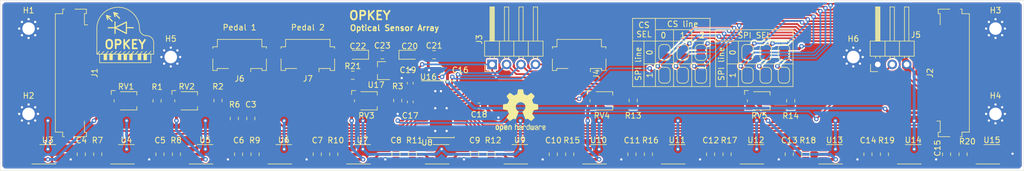
<source format=kicad_pcb>
(kicad_pcb (version 20171130) (host pcbnew "(5.1.2)-2")
  (title_block (title "Sensor Array (13 Sensors)") (rev 1))
  (layers (0 F.Cu signal) (31 B.Cu signal) (34 B.Paste user) (35 F.Paste user) (36 B.SilkS user) (37 F.SilkS user) (38 B.Mask user) (39 F.Mask user) (44 Edge.Cuts user))
  (net 0 "")
  (net 1 GND)
  (net 2 +5V)
  (net 3 "Net-(R1-Pad1)")
  (net 4 "Net-(R2-Pad1)")
  (net 5 "Net-(R3-Pad1)")
  (net 6 "Net-(U5-Pad2)")
  (net 7 "Net-(U7-Pad2)")
  (net 8 "Net-(U8-Pad2)")
  (net 9 "Net-(U10-Pad2)")
  (net 10 "Net-(U11-Pad2)")
  (net 11 /CH0)
  (net 12 /CH1)
  (net 13 /CH2)
  (net 14 /CH3)
  (net 15 /CH4)
  (net 16 /CH5)
  (net 17 /CH6)
  (net 18 /CH7)
  (net 19 /CH8)
  (net 20 /CH9)
  (net 21 /CH10)
  (net 22 /CH11)
  (net 23 /CH12)
  (net 24 /CH13)
  (net 25 /CH14)
  (net 26 +3V3)
  (net 27 SCLK)
  (net 28 SDI)
  (net 29 SDO)
  (net 30 CS5)
  (net 31 CS4)
  (net 32 CS3)
  (net 33 CS2)
  (net 34 CS1)
  (net 35 CS0)
  (net 36 GPIO0)
  (net 37 GPIO1)
  (net 38 GPIO2)
  (net 39 GPIO3)
  (net 40 /CH15)
  (net 41 "Net-(R13-Pad1)")
  (net 42 "Net-(R14-Pad1)")
  (net 43 CS)
  (net 44 "Net-(U13-Pad2)")
  (net 45 "Net-(U14-Pad2)")
  (net 46 "Net-(U16-Pad7)")
  (net 47 "Net-(C19-Pad1)")
  (net 48 "Net-(RV1-Pad3)")
  (net 49 "Net-(RV2-Pad3)")
  (net 50 "Net-(RV3-Pad3)")
  (net 51 "Net-(RV4-Pad3)")
  (net 52 "Net-(RV5-Pad3)")
  (net 53 "Net-(U3-Pad2)")
  (net 54 SDO0)
  (net 55 SDO1)
  (net 56 SDI0)
  (net 57 SDI1)
  (net 58 SCLK0)
  (net 59 SCLK1)
  (module OpKey:OpKey_Logo (layer F.Cu) (at 52 36)
    (fp_text reference REF** hide)
    (fp_text value OpKey_Logo hide)
    (fp_text user OPKEY (at 0 1.8) (layer F.SilkS) (effects (font (size 1.5 1.5) (thickness 0.3))))
  )
  (module Symbol:OSHW-Logo2_9.8x8mm_SilkScreen (layer F.Cu) (at 121.5 49.4)
    (fp_text reference REF** hide)
    (fp_text value OSHW-Logo2_9.8x8mm_SilkScreen hide)
  )
  (module Connector_FFC-FPC:Molex_200528-0170_1x17-1MP_P1.00mm_Horizontal (layer F.Cu) (at 44 42.8 270)
    (fp_text reference J1 (at 0 -2.61 90) (layer F.SilkS))
    (fp_text value Conn_01x17)
    (pad 17 smd rect (at 8 -0.91 270) (size 0.4 1) (layers F.Cu F.Paste F.Mask) (net 2 +5V))
    (pad 16 smd rect (at 7 -0.91 270) (size 0.4 1) (layers F.Cu F.Paste F.Mask) (net 26 +3V3))
    (pad 15 smd rect (at 6 -0.91 270) (size 0.4 1) (layers F.Cu F.Paste F.Mask) (net 35 CS0))
    (pad 14 smd rect (at 5 -0.91 270) (size 0.4 1) (layers F.Cu F.Paste F.Mask) (net 34 CS1))
    (pad 13 smd rect (at 4 -0.91 270) (size 0.4 1) (layers F.Cu F.Paste F.Mask) (net 33 CS2))
    (pad 12 smd rect (at 3 -0.91 270) (size 0.4 1) (layers F.Cu F.Paste F.Mask) (net 32 CS3))
    (pad 11 smd rect (at 2 -0.91 270) (size 0.4 1) (layers F.Cu F.Paste F.Mask) (net 31 CS4))
    (pad 10 smd rect (at 1 -0.91 270) (size 0.4 1) (layers F.Cu F.Paste F.Mask) (net 30 CS5))
    (pad 9 smd rect (at 0 -0.91 270) (size 0.4 1) (layers F.Cu F.Paste F.Mask) (net 1 GND))
    (pad 8 smd rect (at -1 -0.91 270) (size 0.4 1) (layers F.Cu F.Paste F.Mask) (net 54 SDO0))
    (pad 7 smd rect (at -2 -0.91 270) (size 0.4 1) (layers F.Cu F.Paste F.Mask) (net 56 SDI0))
    (pad 6 smd rect (at -3 -0.91 270) (size 0.4 1) (layers F.Cu F.Paste F.Mask) (net 58 SCLK0))
    (pad 5 smd rect (at -4 -0.91 270) (size 0.4 1) (layers F.Cu F.Paste F.Mask) (net 1 GND))
    (pad 4 smd rect (at -5 -0.91 270) (size 0.4 1) (layers F.Cu F.Paste F.Mask) (net 55 SDO1))
    (pad 3 smd rect (at -6 -0.91 270) (size 0.4 1) (layers F.Cu F.Paste F.Mask) (net 57 SDI1))
    (pad 2 smd rect (at -7 -0.91 270) (size 0.4 1) (layers F.Cu F.Paste F.Mask) (net 59 SCLK1))
    (pad 1 smd rect (at -8 -0.91 270) (size 0.4 1) (layers F.Cu F.Paste F.Mask) (net 2 +5V))
    (pad MP smd rect (at 10.8 1.79 270) (size 2 1.3) (layers F.Cu F.Paste F.Mask))
    (pad MP smd rect (at -10.8 1.79 270) (size 2 1.3) (layers F.Cu F.Paste F.Mask))
  )
  (module Connector_FFC-FPC:Molex_200528-0040_1x04-1MP_P1.00mm_Horizontal (layer F.Cu) (at 131.8 41.2 180)
    (fp_text reference J4 (at -3.05 -1.8 270) (layer F.SilkS))
    (fp_text value Conn_01x04)
    (pad MP smd rect (at -4.3 1.79 180) (size 2 1.3) (layers F.Cu F.Paste F.Mask))
    (pad MP smd rect (at 4.3 1.79 180) (size 2 1.3) (layers F.Cu F.Paste F.Mask))
    (pad 1 smd rect (at -1.5 -0.91 180) (size 0.4 1) (layers F.Cu F.Paste F.Mask) (net 36 GPIO0))
    (pad 2 smd rect (at -0.5 -0.91 180) (size 0.4 1) (layers F.Cu F.Paste F.Mask) (net 37 GPIO1))
    (pad 3 smd rect (at 0.5 -0.91 180) (size 0.4 1) (layers F.Cu F.Paste F.Mask) (net 38 GPIO2))
    (pad 4 smd rect (at 1.5 -0.91 180) (size 0.4 1) (layers F.Cu F.Paste F.Mask) (net 39 GPIO3))
  )
  (module Jumper:SolderJumper-2_P1.3mm_Open_RoundedPad1.0x1.5mm (layer F.Cu) (at 146.8 39.2 270)
    (fp_text reference JP1 hide)
    (fp_text value CS)
    (pad 2 smd custom (at 0.65 0 270) (size 1 0.5) (layers F.Cu F.Mask) (net 43 CS) (options (clearance outline) (anchor rect)) (primitives (gr_circle (center 0 0.25) (end 0.5 0.25) (width 0)) (gr_circle (center 0 -0.25) (end 0.5 -0.25) (width 0)) (gr_poly (pts (xy 0 -0.75) (xy -0.5 -0.75) (xy -0.5 0.75) (xy 0 0.75)) (width 0))))
    (pad 1 smd custom (at -0.65 0 270) (size 1 0.5) (layers F.Cu F.Mask) (net 35 CS0) (options (clearance outline) (anchor rect)) (primitives (gr_circle (center 0 0.25) (end 0.5 0.25) (width 0)) (gr_circle (center 0 -0.25) (end 0.5 -0.25) (width 0)) (gr_poly (pts (xy 0 -0.75) (xy 0.5 -0.75) (xy 0.5 0.75) (xy 0 0.75)) (width 0))))
  )
  (module Jumper:SolderJumper-2_P1.3mm_Open_RoundedPad1.0x1.5mm (layer F.Cu) (at 150 39.2 270)
    (fp_text reference JP2 hide)
    (fp_text value CS)
    (pad 1 smd custom (at -0.65 0 270) (size 1 0.5) (layers F.Cu F.Mask) (net 34 CS1) (options (clearance outline) (anchor rect)) (primitives (gr_circle (center 0 0.25) (end 0.5 0.25) (width 0)) (gr_circle (center 0 -0.25) (end 0.5 -0.25) (width 0)) (gr_poly (pts (xy 0 -0.75) (xy 0.5 -0.75) (xy 0.5 0.75) (xy 0 0.75)) (width 0))))
    (pad 2 smd custom (at 0.65 0 270) (size 1 0.5) (layers F.Cu F.Mask) (net 43 CS) (options (clearance outline) (anchor rect)) (primitives (gr_circle (center 0 0.25) (end 0.5 0.25) (width 0)) (gr_circle (center 0 -0.25) (end 0.5 -0.25) (width 0)) (gr_poly (pts (xy 0 -0.75) (xy -0.5 -0.75) (xy -0.5 0.75) (xy 0 0.75)) (width 0))))
  )
  (module Jumper:SolderJumper-2_P1.3mm_Open_RoundedPad1.0x1.5mm (layer F.Cu) (at 153.2 39.2 270)
    (fp_text reference JP3 hide)
    (fp_text value CS)
    (pad 2 smd custom (at 0.65 0 270) (size 1 0.5) (layers F.Cu F.Mask) (net 43 CS) (options (clearance outline) (anchor rect)) (primitives (gr_circle (center 0 0.25) (end 0.5 0.25) (width 0)) (gr_circle (center 0 -0.25) (end 0.5 -0.25) (width 0)) (gr_poly (pts (xy 0 -0.75) (xy -0.5 -0.75) (xy -0.5 0.75) (xy 0 0.75)) (width 0))))
    (pad 1 smd custom (at -0.65 0 270) (size 1 0.5) (layers F.Cu F.Mask) (net 33 CS2) (options (clearance outline) (anchor rect)) (primitives (gr_circle (center 0 0.25) (end 0.5 0.25) (width 0)) (gr_circle (center 0 -0.25) (end 0.5 -0.25) (width 0)) (gr_poly (pts (xy 0 -0.75) (xy 0.5 -0.75) (xy 0.5 0.75) (xy 0 0.75)) (width 0))))
  )
  (module Jumper:SolderJumper-2_P1.3mm_Open_RoundedPad1.0x1.5mm (layer F.Cu) (at 146.8 43.2 270)
    (fp_text reference JP4 hide)
    (fp_text value CS)
    (pad 2 smd custom (at 0.65 0 270) (size 1 0.5) (layers F.Cu F.Mask) (net 43 CS) (options (clearance outline) (anchor rect)) (primitives (gr_circle (center 0 0.25) (end 0.5 0.25) (width 0)) (gr_circle (center 0 -0.25) (end 0.5 -0.25) (width 0)) (gr_poly (pts (xy 0 -0.75) (xy -0.5 -0.75) (xy -0.5 0.75) (xy 0 0.75)) (width 0))))
    (pad 1 smd custom (at -0.65 0 270) (size 1 0.5) (layers F.Cu F.Mask) (net 32 CS3) (options (clearance outline) (anchor rect)) (primitives (gr_circle (center 0 0.25) (end 0.5 0.25) (width 0)) (gr_circle (center 0 -0.25) (end 0.5 -0.25) (width 0)) (gr_poly (pts (xy 0 -0.75) (xy 0.5 -0.75) (xy 0.5 0.75) (xy 0 0.75)) (width 0))))
  )
  (module Jumper:SolderJumper-2_P1.3mm_Open_RoundedPad1.0x1.5mm (layer F.Cu) (at 150 43.2 270)
    (fp_text reference JP5 hide)
    (fp_text value CS)
    (pad 1 smd custom (at -0.65 0 270) (size 1 0.5) (layers F.Cu F.Mask) (net 31 CS4) (options (clearance outline) (anchor rect)) (primitives (gr_circle (center 0 0.25) (end 0.5 0.25) (width 0)) (gr_circle (center 0 -0.25) (end 0.5 -0.25) (width 0)) (gr_poly (pts (xy 0 -0.75) (xy 0.5 -0.75) (xy 0.5 0.75) (xy 0 0.75)) (width 0))))
    (pad 2 smd custom (at 0.65 0 270) (size 1 0.5) (layers F.Cu F.Mask) (net 43 CS) (options (clearance outline) (anchor rect)) (primitives (gr_circle (center 0 0.25) (end 0.5 0.25) (width 0)) (gr_circle (center 0 -0.25) (end 0.5 -0.25) (width 0)) (gr_poly (pts (xy 0 -0.75) (xy -0.5 -0.75) (xy -0.5 0.75) (xy 0 0.75)) (width 0))))
  )
  (module Jumper:SolderJumper-2_P1.3mm_Open_RoundedPad1.0x1.5mm (layer F.Cu) (at 153.2 43.2 270)
    (fp_text reference JP6 hide)
    (fp_text value CS)
    (pad 2 smd custom (at 0.65 0 270) (size 1 0.5) (layers F.Cu F.Mask) (net 43 CS) (options (clearance outline) (anchor rect)) (primitives (gr_circle (center 0 0.25) (end 0.5 0.25) (width 0)) (gr_circle (center 0 -0.25) (end 0.5 -0.25) (width 0)) (gr_poly (pts (xy 0 -0.75) (xy -0.5 -0.75) (xy -0.5 0.75) (xy 0 0.75)) (width 0))))
    (pad 1 smd custom (at -0.65 0 270) (size 1 0.5) (layers F.Cu F.Mask) (net 30 CS5) (options (clearance outline) (anchor rect)) (primitives (gr_circle (center 0 0.25) (end 0.5 0.25) (width 0)) (gr_circle (center 0 -0.25) (end 0.5 -0.25) (width 0)) (gr_poly (pts (xy 0 -0.75) (xy 0.5 -0.75) (xy 0.5 0.75) (xy 0 0.75)) (width 0))))
  )
  (module Resistor_SMD:R_0805_2012Metric_Pad1.15x1.40mm_HandSolder (layer F.Cu) (at 57.6 47.7 90)
    (fp_text reference R1 (at 2.45 0 180) (layer F.SilkS))
    (fp_text value 91)
    (pad 2 smd roundrect (at 1.025 0 90) (size 1.15 1.4) (layers F.Cu F.Paste F.Mask) (roundrect_rratio 0.217391) (net 2 +5V))
    (pad 1 smd roundrect (at -1.025 0 90) (size 1.15 1.4) (layers F.Cu F.Paste F.Mask) (roundrect_rratio 0.217391) (net 3 "Net-(R1-Pad1)"))
  )
  (module Capacitor_SMD:C_0805_2012Metric_Pad1.15x1.40mm_HandSolder (layer F.Cu) (at 74.069231 50.8 90)
    (fp_text reference C3 (at 2.45 0.005769 180) (layer F.SilkS))
    (fp_text value 100nF)
    (pad 2 smd roundrect (at 1.025 0 90) (size 1.15 1.4) (layers F.Cu F.Paste F.Mask) (roundrect_rratio 0.217391) (net 1 GND))
    (pad 1 smd roundrect (at -1.025 0 90) (size 1.15 1.4) (layers F.Cu F.Paste F.Mask) (roundrect_rratio 0.217391) (net 23 /CH12))
  )
  (module Capacitor_SMD:C_0805_2012Metric_Pad1.15x1.40mm_HandSolder (layer F.Cu) (at 44.261538 57.1 270)
    (fp_text reference C4 (at -2.45 -0.025 180) (layer F.SilkS))
    (fp_text value 100nF)
    (pad 2 smd roundrect (at 1.025 0 270) (size 1.15 1.4) (layers F.Cu F.Paste F.Mask) (roundrect_rratio 0.217391) (net 1 GND))
    (pad 1 smd roundrect (at -1.025 0 270) (size 1.15 1.4) (layers F.Cu F.Paste F.Mask) (roundrect_rratio 0.217391) (net 22 /CH11))
  )
  (module Capacitor_SMD:C_0805_2012Metric_Pad1.15x1.40mm_HandSolder (layer F.Cu) (at 58.092307 57.1 270)
    (fp_text reference C5 (at -2.45 -0.025 180) (layer F.SilkS))
    (fp_text value 100nF)
    (pad 1 smd roundrect (at -1.025 0 270) (size 1.15 1.4) (layers F.Cu F.Paste F.Mask) (roundrect_rratio 0.217391) (net 21 /CH10))
    (pad 2 smd roundrect (at 1.025 0 270) (size 1.15 1.4) (layers F.Cu F.Paste F.Mask) (roundrect_rratio 0.217391) (net 1 GND))
  )
  (module Capacitor_SMD:C_0805_2012Metric_Pad1.15x1.40mm_HandSolder (layer F.Cu) (at 71.923076 57.1 270)
    (fp_text reference C6 (at -2.45 -0.025 180) (layer F.SilkS))
    (fp_text value 100nF)
    (pad 1 smd roundrect (at -1.025 0 270) (size 1.15 1.4) (layers F.Cu F.Paste F.Mask) (roundrect_rratio 0.217391) (net 20 /CH9))
    (pad 2 smd roundrect (at 1.025 0 270) (size 1.15 1.4) (layers F.Cu F.Paste F.Mask) (roundrect_rratio 0.217391) (net 1 GND))
  )
  (module Capacitor_SMD:C_0805_2012Metric_Pad1.15x1.40mm_HandSolder (layer F.Cu) (at 85.753845 57.1 270)
    (fp_text reference C7 (at -2.45 -0.025 180) (layer F.SilkS))
    (fp_text value 100nF)
    (pad 1 smd roundrect (at -1.025 0 270) (size 1.15 1.4) (layers F.Cu F.Paste F.Mask) (roundrect_rratio 0.217391) (net 19 /CH8))
    (pad 2 smd roundrect (at 1.025 0 270) (size 1.15 1.4) (layers F.Cu F.Paste F.Mask) (roundrect_rratio 0.217391) (net 1 GND))
  )
  (module Capacitor_SMD:C_0805_2012Metric_Pad1.15x1.40mm_HandSolder (layer F.Cu) (at 99.584614 57.1 270)
    (fp_text reference C8 (at -2.45 -0.025 180) (layer F.SilkS))
    (fp_text value 100nF)
    (pad 2 smd roundrect (at 1.025 0 270) (size 1.15 1.4) (layers F.Cu F.Paste F.Mask) (roundrect_rratio 0.217391) (net 1 GND))
    (pad 1 smd roundrect (at -1.025 0 270) (size 1.15 1.4) (layers F.Cu F.Paste F.Mask) (roundrect_rratio 0.217391) (net 18 /CH7))
  )
  (module Capacitor_SMD:C_0805_2012Metric_Pad1.15x1.40mm_HandSolder (layer F.Cu) (at 113.415383 57.1 270)
    (fp_text reference C9 (at -2.45 -0.025 180) (layer F.SilkS))
    (fp_text value 100nF)
    (pad 1 smd roundrect (at -1.025 0 270) (size 1.15 1.4) (layers F.Cu F.Paste F.Mask) (roundrect_rratio 0.217391) (net 17 /CH6))
    (pad 2 smd roundrect (at 1.025 0 270) (size 1.15 1.4) (layers F.Cu F.Paste F.Mask) (roundrect_rratio 0.217391) (net 1 GND))
  )
  (module Capacitor_SMD:C_0805_2012Metric_Pad1.15x1.40mm_HandSolder (layer F.Cu) (at 127.246152 57.1 270)
    (fp_text reference C10 (at -2.45 -0.025 180) (layer F.SilkS))
    (fp_text value 100nF)
    (pad 2 smd roundrect (at 1.025 0 270) (size 1.15 1.4) (layers F.Cu F.Paste F.Mask) (roundrect_rratio 0.217391) (net 1 GND))
    (pad 1 smd roundrect (at -1.025 0 270) (size 1.15 1.4) (layers F.Cu F.Paste F.Mask) (roundrect_rratio 0.217391) (net 16 /CH5))
  )
  (module Capacitor_SMD:C_0805_2012Metric_Pad1.15x1.40mm_HandSolder (layer F.Cu) (at 141.076921 57.1 270)
    (fp_text reference C11 (at -2.45 -0.025 180) (layer F.SilkS))
    (fp_text value 100nF)
    (pad 1 smd roundrect (at -1.025 0 270) (size 1.15 1.4) (layers F.Cu F.Paste F.Mask) (roundrect_rratio 0.217391) (net 15 /CH4))
    (pad 2 smd roundrect (at 1.025 0 270) (size 1.15 1.4) (layers F.Cu F.Paste F.Mask) (roundrect_rratio 0.217391) (net 1 GND))
  )
  (module Capacitor_SMD:C_0805_2012Metric_Pad1.15x1.40mm_HandSolder (layer F.Cu) (at 154.90769 57.1 270)
    (fp_text reference C12 (at -2.45 -0.025 180) (layer F.SilkS))
    (fp_text value 100nF)
    (pad 2 smd roundrect (at 1.025 0 270) (size 1.15 1.4) (layers F.Cu F.Paste F.Mask) (roundrect_rratio 0.217391) (net 1 GND))
    (pad 1 smd roundrect (at -1.025 0 270) (size 1.15 1.4) (layers F.Cu F.Paste F.Mask) (roundrect_rratio 0.217391) (net 14 /CH3))
  )
  (module Capacitor_SMD:C_0805_2012Metric_Pad1.15x1.40mm_HandSolder (layer F.Cu) (at 168.738459 57.1 270)
    (fp_text reference C13 (at -2.45 -0.025 180) (layer F.SilkS))
    (fp_text value 100nF)
    (pad 1 smd roundrect (at -1.025 0 270) (size 1.15 1.4) (layers F.Cu F.Paste F.Mask) (roundrect_rratio 0.217391) (net 13 /CH2))
    (pad 2 smd roundrect (at 1.025 0 270) (size 1.15 1.4) (layers F.Cu F.Paste F.Mask) (roundrect_rratio 0.217391) (net 1 GND))
  )
  (module Capacitor_SMD:C_0805_2012Metric_Pad1.15x1.40mm_HandSolder (layer F.Cu) (at 182.569228 57.1 270)
    (fp_text reference C14 (at -2.45 -0.025 180) (layer F.SilkS))
    (fp_text value 100nF)
    (pad 2 smd roundrect (at 1.025 0 270) (size 1.15 1.4) (layers F.Cu F.Paste F.Mask) (roundrect_rratio 0.217391) (net 1 GND))
    (pad 1 smd roundrect (at -1.025 0 270) (size 1.15 1.4) (layers F.Cu F.Paste F.Mask) (roundrect_rratio 0.217391) (net 12 /CH1))
  )
  (module Capacitor_SMD:C_0805_2012Metric_Pad1.15x1.40mm_HandSolder (layer F.Cu) (at 196.4 57.1 270)
    (fp_text reference C15 (at -1.075 1.6 270) (layer F.SilkS))
    (fp_text value 100nF)
    (pad 1 smd roundrect (at -1.025 0 270) (size 1.15 1.4) (layers F.Cu F.Paste F.Mask) (roundrect_rratio 0.217391) (net 11 /CH0))
    (pad 2 smd roundrect (at 1.025 0 270) (size 1.15 1.4) (layers F.Cu F.Paste F.Mask) (roundrect_rratio 0.217391) (net 1 GND))
  )
  (module Capacitor_Tantalum_SMD:CP_EIA-2012-15_AVX-P_Pad1.30x1.05mm_HandSolder (layer F.Cu) (at 102 39.6)
    (fp_text reference C20 (at 0 -1.5) (layer F.SilkS))
    (fp_text value 10uF)
    (pad 2 smd roundrect (at 0.975 0) (size 1.3 1.05) (layers F.Cu F.Paste F.Mask) (roundrect_rratio 0.238095) (net 1 GND))
    (pad 1 smd roundrect (at -0.975 0) (size 1.3 1.05) (layers F.Cu F.Paste F.Mask) (roundrect_rratio 0.238095) (net 26 +3V3))
  )
  (module Capacitor_SMD:C_0805_2012Metric_Pad1.15x1.40mm_HandSolder (layer F.Cu) (at 106.3 39.6)
    (fp_text reference C21 (at 0 -1.6) (layer F.SilkS))
    (fp_text value 100nF)
    (pad 1 smd roundrect (at -1.025 0) (size 1.15 1.4) (layers F.Cu F.Paste F.Mask) (roundrect_rratio 0.217391) (net 1 GND))
    (pad 2 smd roundrect (at 1.025 0) (size 1.15 1.4) (layers F.Cu F.Paste F.Mask) (roundrect_rratio 0.217391) (net 26 +3V3))
  )
  (module Capacitor_Tantalum_SMD:CP_EIA-2012-15_AVX-P_Pad1.30x1.05mm_HandSolder (layer F.Cu) (at 92.9 39.6 180)
    (fp_text reference C22 (at 0 1.5) (layer F.SilkS))
    (fp_text value 10uF)
    (pad 1 smd roundrect (at -0.975 0 180) (size 1.3 1.05) (layers F.Cu F.Paste F.Mask) (roundrect_rratio 0.238095) (net 2 +5V))
    (pad 2 smd roundrect (at 0.975 0 180) (size 1.3 1.05) (layers F.Cu F.Paste F.Mask) (roundrect_rratio 0.238095) (net 1 GND))
  )
  (module Capacitor_SMD:C_0805_2012Metric_Pad1.15x1.40mm_HandSolder (layer F.Cu) (at 97.2 39.6 180)
    (fp_text reference C23 (at 0 1.6) (layer F.SilkS))
    (fp_text value 100nF)
    (pad 2 smd roundrect (at 1.025 0 180) (size 1.15 1.4) (layers F.Cu F.Paste F.Mask) (roundrect_rratio 0.217391) (net 2 +5V))
    (pad 1 smd roundrect (at -1.025 0 180) (size 1.15 1.4) (layers F.Cu F.Paste F.Mask) (roundrect_rratio 0.217391) (net 1 GND))
  )
  (module Connector_FFC-FPC:Molex_200528-0170_1x17-1MP_P1.00mm_Horizontal (layer F.Cu) (at 196.1 42.8 90)
    (fp_text reference J2 (at 0 -2.61 90) (layer F.SilkS))
    (fp_text value Conn_01x17)
    (pad MP smd rect (at -10.8 1.79 90) (size 2 1.3) (layers F.Cu F.Paste F.Mask))
    (pad MP smd rect (at 10.8 1.79 90) (size 2 1.3) (layers F.Cu F.Paste F.Mask))
    (pad 1 smd rect (at -8 -0.91 90) (size 0.4 1) (layers F.Cu F.Paste F.Mask) (net 2 +5V))
    (pad 2 smd rect (at -7 -0.91 90) (size 0.4 1) (layers F.Cu F.Paste F.Mask) (net 26 +3V3))
    (pad 3 smd rect (at -6 -0.91 90) (size 0.4 1) (layers F.Cu F.Paste F.Mask) (net 35 CS0))
    (pad 4 smd rect (at -5 -0.91 90) (size 0.4 1) (layers F.Cu F.Paste F.Mask) (net 34 CS1))
    (pad 5 smd rect (at -4 -0.91 90) (size 0.4 1) (layers F.Cu F.Paste F.Mask) (net 33 CS2))
    (pad 6 smd rect (at -3 -0.91 90) (size 0.4 1) (layers F.Cu F.Paste F.Mask) (net 32 CS3))
    (pad 7 smd rect (at -2 -0.91 90) (size 0.4 1) (layers F.Cu F.Paste F.Mask) (net 31 CS4))
    (pad 8 smd rect (at -1 -0.91 90) (size 0.4 1) (layers F.Cu F.Paste F.Mask) (net 30 CS5))
    (pad 9 smd rect (at 0 -0.91 90) (size 0.4 1) (layers F.Cu F.Paste F.Mask) (net 1 GND))
    (pad 10 smd rect (at 1 -0.91 90) (size 0.4 1) (layers F.Cu F.Paste F.Mask) (net 54 SDO0))
    (pad 11 smd rect (at 2 -0.91 90) (size 0.4 1) (layers F.Cu F.Paste F.Mask) (net 56 SDI0))
    (pad 12 smd rect (at 3 -0.91 90) (size 0.4 1) (layers F.Cu F.Paste F.Mask) (net 58 SCLK0))
    (pad 13 smd rect (at 4 -0.91 90) (size 0.4 1) (layers F.Cu F.Paste F.Mask) (net 1 GND))
    (pad 14 smd rect (at 5 -0.91 90) (size 0.4 1) (layers F.Cu F.Paste F.Mask) (net 55 SDO1))
    (pad 15 smd rect (at 6 -0.91 90) (size 0.4 1) (layers F.Cu F.Paste F.Mask) (net 57 SDI1))
    (pad 16 smd rect (at 7 -0.91 90) (size 0.4 1) (layers F.Cu F.Paste F.Mask) (net 59 SCLK1))
    (pad 17 smd rect (at 8 -0.91 90) (size 0.4 1) (layers F.Cu F.Paste F.Mask) (net 2 +5V))
  )
  (module Connector_PinHeader_2.54mm:PinHeader_1x04_P2.54mm_Horizontal (layer F.Cu) (at 116.5 41.3 90)
    (fp_text reference J3 (at 4.385 -2.27 90) (layer F.SilkS))
    (fp_text value Conn_01x04)
    (pad 1 thru_hole rect (at 0 0 90) (size 1.7 1.7) (drill 1) (layers *.Cu *.Mask) (net 39 GPIO3))
    (pad 2 thru_hole oval (at 0 2.54 90) (size 1.7 1.7) (drill 1) (layers *.Cu *.Mask) (net 38 GPIO2))
    (pad 3 thru_hole oval (at 0 5.08 90) (size 1.7 1.7) (drill 1) (layers *.Cu *.Mask) (net 37 GPIO1))
    (pad 4 thru_hole oval (at 0 7.62 90) (size 1.7 1.7) (drill 1) (layers *.Cu *.Mask) (net 36 GPIO0))
  )
  (module Resistor_SMD:R_0805_2012Metric_Pad1.15x1.40mm_HandSolder (layer F.Cu) (at 68.3 47.65 90)
    (fp_text reference R2 (at 2.45 0 180) (layer F.SilkS))
    (fp_text value 91)
    (pad 2 smd roundrect (at 1.025 0 90) (size 1.15 1.4) (layers F.Cu F.Paste F.Mask) (roundrect_rratio 0.217391) (net 2 +5V))
    (pad 1 smd roundrect (at -1.025 0 90) (size 1.15 1.4) (layers F.Cu F.Paste F.Mask) (roundrect_rratio 0.217391) (net 4 "Net-(R2-Pad1)"))
  )
  (module Resistor_SMD:R_0805_2012Metric_Pad1.15x1.40mm_HandSolder (layer F.Cu) (at 99.9 47.65 90)
    (fp_text reference R3 (at 2.5 0 180) (layer F.SilkS))
    (fp_text value 47)
    (pad 1 smd roundrect (at -1.025 0 90) (size 1.15 1.4) (layers F.Cu F.Paste F.Mask) (roundrect_rratio 0.217391) (net 5 "Net-(R3-Pad1)"))
    (pad 2 smd roundrect (at 1.025 0 90) (size 1.15 1.4) (layers F.Cu F.Paste F.Mask) (roundrect_rratio 0.217391) (net 2 +5V))
  )
  (module Resistor_SMD:R_0805_2012Metric_Pad1.15x1.40mm_HandSolder (layer F.Cu) (at 71.169231 50.8 270)
    (fp_text reference R6 (at -2.45 -0.05 180) (layer F.SilkS))
    (fp_text value 10k)
    (pad 1 smd roundrect (at -1.025 0 270) (size 1.15 1.4) (layers F.Cu F.Paste F.Mask) (roundrect_rratio 0.217391) (net 1 GND))
    (pad 2 smd roundrect (at 1.025 0 270) (size 1.15 1.4) (layers F.Cu F.Paste F.Mask) (roundrect_rratio 0.217391) (net 23 /CH12))
  )
  (module Resistor_SMD:R_0805_2012Metric_Pad1.15x1.40mm_HandSolder (layer F.Cu) (at 47.161538 57.1 90)
    (fp_text reference R7 (at 2.45 -0.05 180) (layer F.SilkS))
    (fp_text value 10k)
    (pad 1 smd roundrect (at -1.025 0 90) (size 1.15 1.4) (layers F.Cu F.Paste F.Mask) (roundrect_rratio 0.217391) (net 1 GND))
    (pad 2 smd roundrect (at 1.025 0 90) (size 1.15 1.4) (layers F.Cu F.Paste F.Mask) (roundrect_rratio 0.217391) (net 22 /CH11))
  )
  (module Resistor_SMD:R_0805_2012Metric_Pad1.15x1.40mm_HandSolder (layer F.Cu) (at 60.992307 57.1 90)
    (fp_text reference R8 (at 2.45 -0.05 180) (layer F.SilkS))
    (fp_text value 10k)
    (pad 2 smd roundrect (at 1.025 0 90) (size 1.15 1.4) (layers F.Cu F.Paste F.Mask) (roundrect_rratio 0.217391) (net 21 /CH10))
    (pad 1 smd roundrect (at -1.025 0 90) (size 1.15 1.4) (layers F.Cu F.Paste F.Mask) (roundrect_rratio 0.217391) (net 1 GND))
  )
  (module Resistor_SMD:R_0805_2012Metric_Pad1.15x1.40mm_HandSolder (layer F.Cu) (at 74.823076 57.1 90)
    (fp_text reference R9 (at 2.45 -0.05 180) (layer F.SilkS))
    (fp_text value 10k)
    (pad 1 smd roundrect (at -1.025 0 90) (size 1.15 1.4) (layers F.Cu F.Paste F.Mask) (roundrect_rratio 0.217391) (net 1 GND))
    (pad 2 smd roundrect (at 1.025 0 90) (size 1.15 1.4) (layers F.Cu F.Paste F.Mask) (roundrect_rratio 0.217391) (net 20 /CH9))
  )
  (module Resistor_SMD:R_0805_2012Metric_Pad1.15x1.40mm_HandSolder (layer F.Cu) (at 88.653845 57.1 90)
    (fp_text reference R10 (at 2.45 0.35 180) (layer F.SilkS))
    (fp_text value 10k)
    (pad 2 smd roundrect (at 1.025 0 90) (size 1.15 1.4) (layers F.Cu F.Paste F.Mask) (roundrect_rratio 0.217391) (net 19 /CH8))
    (pad 1 smd roundrect (at -1.025 0 90) (size 1.15 1.4) (layers F.Cu F.Paste F.Mask) (roundrect_rratio 0.217391) (net 1 GND))
  )
  (module Resistor_SMD:R_0805_2012Metric_Pad1.15x1.40mm_HandSolder (layer F.Cu) (at 102.484614 57.1 90)
    (fp_text reference R11 (at 2.45 0.35 180) (layer F.SilkS))
    (fp_text value 10k)
    (pad 2 smd roundrect (at 1.025 0 90) (size 1.15 1.4) (layers F.Cu F.Paste F.Mask) (roundrect_rratio 0.217391) (net 18 /CH7))
    (pad 1 smd roundrect (at -1.025 0 90) (size 1.15 1.4) (layers F.Cu F.Paste F.Mask) (roundrect_rratio 0.217391) (net 1 GND))
  )
  (module Resistor_SMD:R_0805_2012Metric_Pad1.15x1.40mm_HandSolder (layer F.Cu) (at 116.315383 57.1 90)
    (fp_text reference R12 (at 2.45 0.35 180) (layer F.SilkS))
    (fp_text value 10k)
    (pad 1 smd roundrect (at -1.025 0 90) (size 1.15 1.4) (layers F.Cu F.Paste F.Mask) (roundrect_rratio 0.217391) (net 1 GND))
    (pad 2 smd roundrect (at 1.025 0 90) (size 1.15 1.4) (layers F.Cu F.Paste F.Mask) (roundrect_rratio 0.217391) (net 17 /CH6))
  )
  (module Resistor_SMD:R_0805_2012Metric_Pad1.15x1.40mm_HandSolder (layer F.Cu) (at 141.3 47.65 90)
    (fp_text reference R13 (at -2.65 0 180) (layer F.SilkS))
    (fp_text value 47)
    (pad 2 smd roundrect (at 1.025 0 90) (size 1.15 1.4) (layers F.Cu F.Paste F.Mask) (roundrect_rratio 0.217391) (net 2 +5V))
    (pad 1 smd roundrect (at -1.025 0 90) (size 1.15 1.4) (layers F.Cu F.Paste F.Mask) (roundrect_rratio 0.217391) (net 41 "Net-(R13-Pad1)"))
  )
  (module Resistor_SMD:R_0805_2012Metric_Pad1.15x1.40mm_HandSolder (layer F.Cu) (at 169 47.7 90)
    (fp_text reference R14 (at -2.65 0 180) (layer F.SilkS))
    (fp_text value 47)
    (pad 1 smd roundrect (at -1.025 0 90) (size 1.15 1.4) (layers F.Cu F.Paste F.Mask) (roundrect_rratio 0.217391) (net 42 "Net-(R14-Pad1)"))
    (pad 2 smd roundrect (at 1.025 0 90) (size 1.15 1.4) (layers F.Cu F.Paste F.Mask) (roundrect_rratio 0.217391) (net 2 +5V))
  )
  (module Resistor_SMD:R_0805_2012Metric_Pad1.15x1.40mm_HandSolder (layer F.Cu) (at 130.146152 57.1 90)
    (fp_text reference R15 (at 2.45 0.35 180) (layer F.SilkS))
    (fp_text value 10k)
    (pad 1 smd roundrect (at -1.025 0 90) (size 1.15 1.4) (layers F.Cu F.Paste F.Mask) (roundrect_rratio 0.217391) (net 1 GND))
    (pad 2 smd roundrect (at 1.025 0 90) (size 1.15 1.4) (layers F.Cu F.Paste F.Mask) (roundrect_rratio 0.217391) (net 16 /CH5))
  )
  (module Resistor_SMD:R_0805_2012Metric_Pad1.15x1.40mm_HandSolder (layer F.Cu) (at 143.976921 57.1 90)
    (fp_text reference R16 (at 2.45 0.35 180) (layer F.SilkS))
    (fp_text value 10k)
    (pad 1 smd roundrect (at -1.025 0 90) (size 1.15 1.4) (layers F.Cu F.Paste F.Mask) (roundrect_rratio 0.217391) (net 1 GND))
    (pad 2 smd roundrect (at 1.025 0 90) (size 1.15 1.4) (layers F.Cu F.Paste F.Mask) (roundrect_rratio 0.217391) (net 15 /CH4))
  )
  (module Resistor_SMD:R_0805_2012Metric_Pad1.15x1.40mm_HandSolder (layer F.Cu) (at 157.80769 57.1 90)
    (fp_text reference R17 (at 2.45 0.35 180) (layer F.SilkS))
    (fp_text value 10k)
    (pad 2 smd roundrect (at 1.025 0 90) (size 1.15 1.4) (layers F.Cu F.Paste F.Mask) (roundrect_rratio 0.217391) (net 14 /CH3))
    (pad 1 smd roundrect (at -1.025 0 90) (size 1.15 1.4) (layers F.Cu F.Paste F.Mask) (roundrect_rratio 0.217391) (net 1 GND))
  )
  (module Resistor_SMD:R_0805_2012Metric_Pad1.15x1.40mm_HandSolder (layer F.Cu) (at 171.638459 57.1 90)
    (fp_text reference R18 (at 2.45 0.35 180) (layer F.SilkS))
    (fp_text value 10k)
    (pad 2 smd roundrect (at 1.025 0 90) (size 1.15 1.4) (layers F.Cu F.Paste F.Mask) (roundrect_rratio 0.217391) (net 13 /CH2))
    (pad 1 smd roundrect (at -1.025 0 90) (size 1.15 1.4) (layers F.Cu F.Paste F.Mask) (roundrect_rratio 0.217391) (net 1 GND))
  )
  (module Resistor_SMD:R_0805_2012Metric_Pad1.15x1.40mm_HandSolder (layer F.Cu) (at 185.469228 57.1 90)
    (fp_text reference R19 (at 2.45 0.35 180) (layer F.SilkS))
    (fp_text value 10k)
    (pad 2 smd roundrect (at 1.025 0 90) (size 1.15 1.4) (layers F.Cu F.Paste F.Mask) (roundrect_rratio 0.217391) (net 12 /CH1))
    (pad 1 smd roundrect (at -1.025 0 90) (size 1.15 1.4) (layers F.Cu F.Paste F.Mask) (roundrect_rratio 0.217391) (net 1 GND))
  )
  (module Resistor_SMD:R_0805_2012Metric_Pad1.15x1.40mm_HandSolder (layer F.Cu) (at 199.3 57.1 90)
    (fp_text reference R20 (at 2.25 0.75 180) (layer F.SilkS))
    (fp_text value 10k)
    (pad 1 smd roundrect (at -1.025 0 90) (size 1.15 1.4) (layers F.Cu F.Paste F.Mask) (roundrect_rratio 0.217391) (net 1 GND))
    (pad 2 smd roundrect (at 1.025 0 90) (size 1.15 1.4) (layers F.Cu F.Paste F.Mask) (roundrect_rratio 0.217391) (net 11 /CH0))
  )
  (module Resistor_SMD:R_0805_2012Metric_Pad1.15x1.40mm_HandSolder (layer F.Cu) (at 92 43.2 180)
    (fp_text reference R21 (at 0 1.6) (layer F.SilkS))
    (fp_text value 4k7)
    (pad 2 smd roundrect (at 1.025 0 180) (size 1.15 1.4) (layers F.Cu F.Paste F.Mask) (roundrect_rratio 0.217391) (net 2 +5V))
    (pad 1 smd roundrect (at -1.025 0 180) (size 1.15 1.4) (layers F.Cu F.Paste F.Mask) (roundrect_rratio 0.217391) (net 47 "Net-(C19-Pad1)"))
  )
  (module Potentiometer_SMD:Potentiometer_Bourns_TC33X_Vertical (layer F.Cu) (at 52.136667 47.7)
    (fp_text reference RV1 (at 0 -2.5) (layer F.SilkS))
    (fp_text value 100)
    (pad 1 smd rect (at -1.8 -1) (size 1.2 1.2) (layers F.Cu F.Paste F.Mask) (net 3 "Net-(R1-Pad1)"))
    (pad 3 smd rect (at -1.8 1) (size 1.2 1.2) (layers F.Cu F.Paste F.Mask) (net 48 "Net-(RV1-Pad3)"))
    (pad 2 smd rect (at 1.45 0) (size 1.5 1.6) (layers F.Cu F.Paste F.Mask) (net 3 "Net-(R1-Pad1)"))
  )
  (module Potentiometer_SMD:Potentiometer_Bourns_TC33X_Vertical (layer F.Cu) (at 62.803333 47.7)
    (fp_text reference RV2 (at 0 -2.5) (layer F.SilkS))
    (fp_text value 100)
    (pad 2 smd rect (at 1.45 0) (size 1.5 1.6) (layers F.Cu F.Paste F.Mask) (net 4 "Net-(R2-Pad1)"))
    (pad 3 smd rect (at -1.8 1) (size 1.2 1.2) (layers F.Cu F.Paste F.Mask) (net 49 "Net-(RV2-Pad3)"))
    (pad 1 smd rect (at -1.8 -1) (size 1.2 1.2) (layers F.Cu F.Paste F.Mask) (net 4 "Net-(R2-Pad1)"))
  )
  (module Potentiometer_SMD:Potentiometer_Bourns_TC33X_Vertical (layer F.Cu) (at 94.403333 47.7)
    (fp_text reference RV3 (at -0.003333 2.6) (layer F.SilkS))
    (fp_text value 100)
    (pad 1 smd rect (at -1.8 -1) (size 1.2 1.2) (layers F.Cu F.Paste F.Mask) (net 5 "Net-(R3-Pad1)"))
    (pad 3 smd rect (at -1.8 1) (size 1.2 1.2) (layers F.Cu F.Paste F.Mask) (net 50 "Net-(RV3-Pad3)"))
    (pad 2 smd rect (at 1.45 0) (size 1.5 1.6) (layers F.Cu F.Paste F.Mask) (net 5 "Net-(R3-Pad1)"))
  )
  (module Potentiometer_SMD:Potentiometer_Bourns_TC33X_Vertical (layer F.Cu) (at 135.803333 47.7)
    (fp_text reference RV4 (at 0 2.6) (layer F.SilkS))
    (fp_text value 100)
    (pad 2 smd rect (at 1.45 0) (size 1.5 1.6) (layers F.Cu F.Paste F.Mask) (net 41 "Net-(R13-Pad1)"))
    (pad 3 smd rect (at -1.8 1) (size 1.2 1.2) (layers F.Cu F.Paste F.Mask) (net 51 "Net-(RV4-Pad3)"))
    (pad 1 smd rect (at -1.8 -1) (size 1.2 1.2) (layers F.Cu F.Paste F.Mask) (net 41 "Net-(R13-Pad1)"))
  )
  (module Potentiometer_SMD:Potentiometer_Bourns_TC33X_Vertical (layer F.Cu) (at 163.47 47.7)
    (fp_text reference RV5 (at 0 2.6) (layer F.SilkS))
    (fp_text value 100)
    (pad 1 smd rect (at -1.8 -1) (size 1.2 1.2) (layers F.Cu F.Paste F.Mask) (net 42 "Net-(R14-Pad1)"))
    (pad 3 smd rect (at -1.8 1) (size 1.2 1.2) (layers F.Cu F.Paste F.Mask) (net 52 "Net-(RV5-Pad3)"))
    (pad 2 smd rect (at 1.45 0) (size 1.5 1.6) (layers F.Cu F.Paste F.Mask) (net 42 "Net-(R14-Pad1)"))
  )
  (module OptoDevice:OnSemi_CASE100CY (layer F.Cu) (at 38.366667 57.1 90)
    (fp_text reference U3 (at 2.5 0) (layer F.SilkS))
    (fp_text value QRE1113)
    (pad 4 smd roundrect (at 0.9 -2 90) (size 0.79 1.66) (layers F.Cu F.Paste F.Mask) (net 23 /CH12))
    (pad 1 smd roundrect (at -0.9 -2 90) (size 0.79 1.66) (layers F.Cu F.Paste F.Mask) (net 48 "Net-(RV1-Pad3)"))
    (pad 2 smd roundrect (at -0.9 2 90) (size 0.79 1.66) (layers F.Cu F.Paste F.Mask) (net 53 "Net-(U3-Pad2)"))
    (pad 3 smd roundrect (at 0.9 2 90) (size 0.79 1.66) (layers F.Cu F.Paste F.Mask) (net 2 +5V))
  )
  (module OptoDevice:OnSemi_CASE100CY (layer F.Cu) (at 52.2 57.1 90)
    (fp_text reference U4 (at 2.5 0) (layer F.SilkS))
    (fp_text value QRE1113)
    (pad 3 smd roundrect (at 0.9 2 90) (size 0.79 1.66) (layers F.Cu F.Paste F.Mask) (net 2 +5V))
    (pad 2 smd roundrect (at -0.9 2 90) (size 0.79 1.66) (layers F.Cu F.Paste F.Mask) (net 1 GND))
    (pad 1 smd roundrect (at -0.9 -2 90) (size 0.79 1.66) (layers F.Cu F.Paste F.Mask) (net 53 "Net-(U3-Pad2)"))
    (pad 4 smd roundrect (at 0.9 -2 90) (size 0.79 1.66) (layers F.Cu F.Paste F.Mask) (net 22 /CH11))
  )
  (module OptoDevice:OnSemi_CASE100CY (layer F.Cu) (at 66.033333 57.1 90)
    (fp_text reference U5 (at 2.5 0) (layer F.SilkS))
    (fp_text value QRE1113)
    (pad 4 smd roundrect (at 0.9 -2 90) (size 0.79 1.66) (layers F.Cu F.Paste F.Mask) (net 21 /CH10))
    (pad 1 smd roundrect (at -0.9 -2 90) (size 0.79 1.66) (layers F.Cu F.Paste F.Mask) (net 49 "Net-(RV2-Pad3)"))
    (pad 2 smd roundrect (at -0.9 2 90) (size 0.79 1.66) (layers F.Cu F.Paste F.Mask) (net 6 "Net-(U5-Pad2)"))
    (pad 3 smd roundrect (at 0.9 2 90) (size 0.79 1.66) (layers F.Cu F.Paste F.Mask) (net 2 +5V))
  )
  (module OptoDevice:OnSemi_CASE100CY (layer F.Cu) (at 79.866667 57.1 90)
    (fp_text reference U6 (at 2.5 0) (layer F.SilkS))
    (fp_text value QRE1113)
    (pad 3 smd roundrect (at 0.9 2 90) (size 0.79 1.66) (layers F.Cu F.Paste F.Mask) (net 2 +5V))
    (pad 2 smd roundrect (at -0.9 2 90) (size 0.79 1.66) (layers F.Cu F.Paste F.Mask) (net 1 GND))
    (pad 1 smd roundrect (at -0.9 -2 90) (size 0.79 1.66) (layers F.Cu F.Paste F.Mask) (net 6 "Net-(U5-Pad2)"))
    (pad 4 smd roundrect (at 0.9 -2 90) (size 0.79 1.66) (layers F.Cu F.Paste F.Mask) (net 20 /CH9))
  )
  (module OptoDevice:OnSemi_CASE100CY (layer F.Cu) (at 93.7 57.1 90)
    (fp_text reference U7 (at 2.5 0) (layer F.SilkS))
    (fp_text value QRE1113)
    (pad 4 smd roundrect (at 0.9 -2 90) (size 0.79 1.66) (layers F.Cu F.Paste F.Mask) (net 19 /CH8))
    (pad 1 smd roundrect (at -0.9 -2 90) (size 0.79 1.66) (layers F.Cu F.Paste F.Mask) (net 50 "Net-(RV3-Pad3)"))
    (pad 2 smd roundrect (at -0.9 2 90) (size 0.79 1.66) (layers F.Cu F.Paste F.Mask) (net 7 "Net-(U7-Pad2)"))
    (pad 3 smd roundrect (at 0.9 2 90) (size 0.79 1.66) (layers F.Cu F.Paste F.Mask) (net 2 +5V))
  )
  (module OptoDevice:OnSemi_CASE100CY (layer F.Cu) (at 107.533333 57.1 90)
    (fp_text reference U8 (at 2.05 -2.483333 180) (layer F.SilkS))
    (fp_text value QRE1113)
    (pad 3 smd roundrect (at 0.9 2 90) (size 0.79 1.66) (layers F.Cu F.Paste F.Mask) (net 2 +5V))
    (pad 2 smd roundrect (at -0.9 2 90) (size 0.79 1.66) (layers F.Cu F.Paste F.Mask) (net 8 "Net-(U8-Pad2)"))
    (pad 1 smd roundrect (at -0.9 -2 90) (size 0.79 1.66) (layers F.Cu F.Paste F.Mask) (net 7 "Net-(U7-Pad2)"))
    (pad 4 smd roundrect (at 0.9 -2 90) (size 0.79 1.66) (layers F.Cu F.Paste F.Mask) (net 18 /CH7))
  )
  (module OptoDevice:OnSemi_CASE100CY (layer F.Cu) (at 121.366667 57.1 90)
    (fp_text reference U9 (at 2.5 0) (layer F.SilkS))
    (fp_text value QRE1113)
    (pad 4 smd roundrect (at 0.9 -2 90) (size 0.79 1.66) (layers F.Cu F.Paste F.Mask) (net 17 /CH6))
    (pad 1 smd roundrect (at -0.9 -2 90) (size 0.79 1.66) (layers F.Cu F.Paste F.Mask) (net 8 "Net-(U8-Pad2)"))
    (pad 2 smd roundrect (at -0.9 2 90) (size 0.79 1.66) (layers F.Cu F.Paste F.Mask) (net 1 GND))
    (pad 3 smd roundrect (at 0.9 2 90) (size 0.79 1.66) (layers F.Cu F.Paste F.Mask) (net 2 +5V))
  )
  (module OptoDevice:OnSemi_CASE100CY (layer F.Cu) (at 135.2 57.1 90)
    (fp_text reference U10 (at 2.5 0) (layer F.SilkS))
    (fp_text value QRE1113)
    (pad 4 smd roundrect (at 0.9 -2 90) (size 0.79 1.66) (layers F.Cu F.Paste F.Mask) (net 16 /CH5))
    (pad 1 smd roundrect (at -0.9 -2 90) (size 0.79 1.66) (layers F.Cu F.Paste F.Mask) (net 51 "Net-(RV4-Pad3)"))
    (pad 2 smd roundrect (at -0.9 2 90) (size 0.79 1.66) (layers F.Cu F.Paste F.Mask) (net 9 "Net-(U10-Pad2)"))
    (pad 3 smd roundrect (at 0.9 2 90) (size 0.79 1.66) (layers F.Cu F.Paste F.Mask) (net 2 +5V))
  )
  (module OptoDevice:OnSemi_CASE100CY (layer F.Cu) (at 149.033333 57.1 90)
    (fp_text reference U11 (at 2.5 0) (layer F.SilkS))
    (fp_text value QRE1113)
    (pad 3 smd roundrect (at 0.9 2 90) (size 0.79 1.66) (layers F.Cu F.Paste F.Mask) (net 2 +5V))
    (pad 2 smd roundrect (at -0.9 2 90) (size 0.79 1.66) (layers F.Cu F.Paste F.Mask) (net 10 "Net-(U11-Pad2)"))
    (pad 1 smd roundrect (at -0.9 -2 90) (size 0.79 1.66) (layers F.Cu F.Paste F.Mask) (net 9 "Net-(U10-Pad2)"))
    (pad 4 smd roundrect (at 0.9 -2 90) (size 0.79 1.66) (layers F.Cu F.Paste F.Mask) (net 15 /CH4))
  )
  (module OptoDevice:OnSemi_CASE100CY (layer F.Cu) (at 162.866667 57.1 90)
    (fp_text reference U12 (at 2.5 0) (layer F.SilkS))
    (fp_text value QRE1113)
    (pad 4 smd roundrect (at 0.9 -2 90) (size 0.79 1.66) (layers F.Cu F.Paste F.Mask) (net 14 /CH3))
    (pad 1 smd roundrect (at -0.9 -2 90) (size 0.79 1.66) (layers F.Cu F.Paste F.Mask) (net 10 "Net-(U11-Pad2)"))
    (pad 2 smd roundrect (at -0.9 2 90) (size 0.79 1.66) (layers F.Cu F.Paste F.Mask) (net 1 GND))
    (pad 3 smd roundrect (at 0.9 2 90) (size 0.79 1.66) (layers F.Cu F.Paste F.Mask) (net 2 +5V))
  )
  (module OptoDevice:OnSemi_CASE100CY (layer F.Cu) (at 176.7 57.1 90)
    (fp_text reference U13 (at 2.5 0) (layer F.SilkS))
    (fp_text value QRE1113)
    (pad 3 smd roundrect (at 0.9 2 90) (size 0.79 1.66) (layers F.Cu F.Paste F.Mask) (net 2 +5V))
    (pad 2 smd roundrect (at -0.9 2 90) (size 0.79 1.66) (layers F.Cu F.Paste F.Mask) (net 44 "Net-(U13-Pad2)"))
    (pad 1 smd roundrect (at -0.9 -2 90) (size 0.79 1.66) (layers F.Cu F.Paste F.Mask) (net 52 "Net-(RV5-Pad3)"))
    (pad 4 smd roundrect (at 0.9 -2 90) (size 0.79 1.66) (layers F.Cu F.Paste F.Mask) (net 13 /CH2))
  )
  (module OptoDevice:OnSemi_CASE100CY (layer F.Cu) (at 190.533333 57.1 90)
    (fp_text reference U14 (at 2.5 0) (layer F.SilkS))
    (fp_text value QRE1113)
    (pad 4 smd roundrect (at 0.9 -2 90) (size 0.79 1.66) (layers F.Cu F.Paste F.Mask) (net 12 /CH1))
    (pad 1 smd roundrect (at -0.9 -2 90) (size 0.79 1.66) (layers F.Cu F.Paste F.Mask) (net 44 "Net-(U13-Pad2)"))
    (pad 2 smd roundrect (at -0.9 2 90) (size 0.79 1.66) (layers F.Cu F.Paste F.Mask) (net 45 "Net-(U14-Pad2)"))
    (pad 3 smd roundrect (at 0.9 2 90) (size 0.79 1.66) (layers F.Cu F.Paste F.Mask) (net 2 +5V))
  )
  (module OptoDevice:OnSemi_CASE100CY (layer F.Cu) (at 204.366667 57.1 90)
    (fp_text reference U15 (at 2.5 0) (layer F.SilkS))
    (fp_text value QRE1113)
    (pad 3 smd roundrect (at 0.9 2 90) (size 0.79 1.66) (layers F.Cu F.Paste F.Mask) (net 2 +5V))
    (pad 2 smd roundrect (at -0.9 2 90) (size 0.79 1.66) (layers F.Cu F.Paste F.Mask) (net 1 GND))
    (pad 1 smd roundrect (at -0.9 -2 90) (size 0.79 1.66) (layers F.Cu F.Paste F.Mask) (net 45 "Net-(U14-Pad2)"))
    (pad 4 smd roundrect (at 0.9 -2 90) (size 0.79 1.66) (layers F.Cu F.Paste F.Mask) (net 11 /CH0))
  )
  (module Package_TO_SOT_SMD:SOT-23 (layer F.Cu) (at 97.1 42.4 180)
    (fp_text reference U17 (at 1 -2.5 180) (layer F.SilkS))
    (fp_text value LM4040DBZ-2.5)
    (pad 1 smd rect (at -1 -0.95 180) (size 0.9 0.8) (layers F.Cu F.Paste F.Mask) (net 47 "Net-(C19-Pad1)"))
    (pad 2 smd rect (at -1 0.95 180) (size 0.9 0.8) (layers F.Cu F.Paste F.Mask) (net 1 GND))
    (pad 3 smd rect (at 1 0 180) (size 0.9 0.8) (layers F.Cu F.Paste F.Mask))
  )
  (module Capacitor_SMD:C_0603_1608Metric_Pad1.05x0.95mm_HandSolder (layer F.Cu) (at 107.775 42.3)
    (fp_text reference C16 (at 3.125 0) (layer F.SilkS))
    (fp_text value 1µF)
    (pad 2 smd roundrect (at 0.875 0) (size 1.05 0.95) (layers F.Cu F.Paste F.Mask) (net 26 +3V3))
    (pad 1 smd roundrect (at -0.875 0) (size 1.05 0.95) (layers F.Cu F.Paste F.Mask) (net 1 GND))
  )
  (module Capacitor_SMD:C_0603_1608Metric_Pad1.05x0.95mm_HandSolder (layer F.Cu) (at 102.1 47.9 270)
    (fp_text reference C17 (at 2.4 0 180) (layer F.SilkS))
    (fp_text value 1µF)
    (pad 1 smd roundrect (at -0.875 0 270) (size 1.05 0.95) (layers F.Cu F.Paste F.Mask) (net 2 +5V))
    (pad 2 smd roundrect (at 0.875 0 270) (size 1.05 0.95) (layers F.Cu F.Paste F.Mask) (net 1 GND))
  )
  (module Capacitor_SMD:C_0603_1608Metric_Pad1.05x0.95mm_HandSolder (layer F.Cu) (at 114.2 48.6)
    (fp_text reference C18 (at 0 1.5) (layer F.SilkS))
    (fp_text value 1µF)
    (pad 1 smd roundrect (at -0.875 0) (size 1.05 0.95) (layers F.Cu F.Paste F.Mask) (net 2 +5V))
    (pad 2 smd roundrect (at 0.875 0) (size 1.05 0.95) (layers F.Cu F.Paste F.Mask) (net 1 GND))
  )
  (module Capacitor_SMD:C_0603_1608Metric_Pad1.05x0.95mm_HandSolder (layer F.Cu) (at 102.1 44.6 90)
    (fp_text reference C19 (at 2.3 -0.4) (layer F.SilkS))
    (fp_text value 10µF)
    (pad 1 smd roundrect (at -0.875 0 90) (size 1.05 0.95) (layers F.Cu F.Paste F.Mask) (net 47 "Net-(C19-Pad1)"))
    (pad 2 smd roundrect (at 0.875 0 90) (size 1.05 0.95) (layers F.Cu F.Paste F.Mask) (net 1 GND))
  )
  (module Package_SO:TSSOP-38_4.4x9.7mm_P0.5mm (layer F.Cu) (at 107.5 49.2)
    (fp_text reference U16 (at -2.2 -5.7 180) (layer F.SilkS))
    (fp_text value ADS7953)
    (pad 1 smd rect (at -2.85 -4.5) (size 1.1 0.285) (layers F.Cu F.Paste F.Mask) (net 38 GPIO2))
    (pad 2 smd rect (at -2.85 -4) (size 1.1 0.285) (layers F.Cu F.Paste F.Mask) (net 39 GPIO3))
    (pad 3 smd rect (at -2.85 -3.5) (size 1.1 0.285) (layers F.Cu F.Paste F.Mask) (net 1 GND))
    (pad 4 smd rect (at -2.85 -3) (size 1.1 0.285) (layers F.Cu F.Paste F.Mask) (net 47 "Net-(C19-Pad1)"))
    (pad 5 smd rect (at -2.85 -2.5) (size 1.1 0.285) (layers F.Cu F.Paste F.Mask) (net 2 +5V))
    (pad 6 smd rect (at -2.85 -2) (size 1.1 0.285) (layers F.Cu F.Paste F.Mask) (net 1 GND))
    (pad 7 smd rect (at -2.85 -1.5) (size 1.1 0.285) (layers F.Cu F.Paste F.Mask) (net 46 "Net-(U16-Pad7)"))
    (pad 8 smd rect (at -2.85 -1) (size 1.1 0.285) (layers F.Cu F.Paste F.Mask) (net 46 "Net-(U16-Pad7)"))
    (pad 9 smd rect (at -2.85 -0.5) (size 1.1 0.285) (layers F.Cu F.Paste F.Mask) (net 1 GND))
    (pad 10 smd rect (at -2.85 0) (size 1.1 0.285) (layers F.Cu F.Paste F.Mask) (net 1 GND))
    (pad 11 smd rect (at -2.85 0.5) (size 1.1 0.285) (layers F.Cu F.Paste F.Mask) (net 40 /CH15))
    (pad 12 smd rect (at -2.85 1) (size 1.1 0.285) (layers F.Cu F.Paste F.Mask) (net 25 /CH14))
    (pad 13 smd rect (at -2.85 1.5) (size 1.1 0.285) (layers F.Cu F.Paste F.Mask) (net 24 /CH13))
    (pad 14 smd rect (at -2.85 2) (size 1.1 0.285) (layers F.Cu F.Paste F.Mask) (net 23 /CH12))
    (pad 15 smd rect (at -2.85 2.5) (size 1.1 0.285) (layers F.Cu F.Paste F.Mask) (net 22 /CH11))
    (pad 16 smd rect (at -2.85 3) (size 1.1 0.285) (layers F.Cu F.Paste F.Mask) (net 21 /CH10))
    (pad 17 smd rect (at -2.85 3.5) (size 1.1 0.285) (layers F.Cu F.Paste F.Mask) (net 20 /CH9))
    (pad 18 smd rect (at -2.85 4) (size 1.1 0.285) (layers F.Cu F.Paste F.Mask) (net 19 /CH8))
    (pad 19 smd rect (at -2.85 4.5) (size 1.1 0.285) (layers F.Cu F.Paste F.Mask) (net 1 GND))
    (pad 20 smd rect (at 2.85 4.5) (size 1.1 0.285) (layers F.Cu F.Paste F.Mask) (net 1 GND))
    (pad 21 smd rect (at 2.85 4) (size 1.1 0.285) (layers F.Cu F.Paste F.Mask) (net 18 /CH7))
    (pad 22 smd rect (at 2.85 3.5) (size 1.1 0.285) (layers F.Cu F.Paste F.Mask) (net 17 /CH6))
    (pad 23 smd rect (at 2.85 3) (size 1.1 0.285) (layers F.Cu F.Paste F.Mask) (net 16 /CH5))
    (pad 24 smd rect (at 2.85 2.5) (size 1.1 0.285) (layers F.Cu F.Paste F.Mask) (net 15 /CH4))
    (pad 25 smd rect (at 2.85 2) (size 1.1 0.285) (layers F.Cu F.Paste F.Mask) (net 14 /CH3))
    (pad 26 smd rect (at 2.85 1.5) (size 1.1 0.285) (layers F.Cu F.Paste F.Mask) (net 13 /CH2))
    (pad 27 smd rect (at 2.85 1) (size 1.1 0.285) (layers F.Cu F.Paste F.Mask) (net 12 /CH1))
    (pad 28 smd rect (at 2.85 0.5) (size 1.1 0.285) (layers F.Cu F.Paste F.Mask) (net 11 /CH0))
    (pad 29 smd rect (at 2.85 0) (size 1.1 0.285) (layers F.Cu F.Paste F.Mask) (net 2 +5V))
    (pad 30 smd rect (at 2.85 -0.5) (size 1.1 0.285) (layers F.Cu F.Paste F.Mask) (net 1 GND))
    (pad 31 smd rect (at 2.85 -1) (size 1.1 0.285) (layers F.Cu F.Paste F.Mask) (net 43 CS))
    (pad 32 smd rect (at 2.85 -1.5) (size 1.1 0.285) (layers F.Cu F.Paste F.Mask) (net 27 SCLK))
    (pad 33 smd rect (at 2.85 -2) (size 1.1 0.285) (layers F.Cu F.Paste F.Mask) (net 28 SDI))
    (pad 34 smd rect (at 2.85 -2.5) (size 1.1 0.285) (layers F.Cu F.Paste F.Mask) (net 29 SDO))
    (pad 35 smd rect (at 2.85 -3) (size 1.1 0.285) (layers F.Cu F.Paste F.Mask) (net 1 GND))
    (pad 36 smd rect (at 2.85 -3.5) (size 1.1 0.285) (layers F.Cu F.Paste F.Mask) (net 26 +3V3))
    (pad 37 smd rect (at 2.85 -4) (size 1.1 0.285) (layers F.Cu F.Paste F.Mask) (net 36 GPIO0))
    (pad 38 smd rect (at 2.85 -4.5) (size 1.1 0.285) (layers F.Cu F.Paste F.Mask) (net 37 GPIO1))
  )
  (module MountingHole:MountingHole_2.2mm_M2_Pad_Via (layer F.Cu) (at 35 35)
    (fp_text reference H1 (at 0 -3.2) (layer F.SilkS))
    (fp_text value M2)
    (pad 1 thru_hole circle (at 1.166726 -1.166726) (size 0.7 0.7) (drill 0.4) (layers *.Cu *.Mask) (net 1 GND))
    (pad 1 thru_hole circle (at 0 -1.65) (size 0.7 0.7) (drill 0.4) (layers *.Cu *.Mask) (net 1 GND))
    (pad 1 thru_hole circle (at -1.166726 -1.166726) (size 0.7 0.7) (drill 0.4) (layers *.Cu *.Mask) (net 1 GND))
    (pad 1 thru_hole circle (at -1.65 0) (size 0.7 0.7) (drill 0.4) (layers *.Cu *.Mask) (net 1 GND))
    (pad 1 thru_hole circle (at -1.166726 1.166726) (size 0.7 0.7) (drill 0.4) (layers *.Cu *.Mask) (net 1 GND))
    (pad 1 thru_hole circle (at 0 1.65) (size 0.7 0.7) (drill 0.4) (layers *.Cu *.Mask) (net 1 GND))
    (pad 1 thru_hole circle (at 1.166726 1.166726) (size 0.7 0.7) (drill 0.4) (layers *.Cu *.Mask) (net 1 GND))
    (pad 1 thru_hole circle (at 1.65 0) (size 0.7 0.7) (drill 0.4) (layers *.Cu *.Mask) (net 1 GND))
    (pad 1 thru_hole circle (at 0 0) (size 4.4 4.4) (drill 2.2) (layers *.Cu *.Mask) (net 1 GND))
  )
  (module MountingHole:MountingHole_2.2mm_M2_Pad_Via (layer F.Cu) (at 35 50)
    (fp_text reference H2 (at 0 -3.2) (layer F.SilkS))
    (fp_text value M2)
    (pad 1 thru_hole circle (at 0 0) (size 4.4 4.4) (drill 2.2) (layers *.Cu *.Mask) (net 1 GND))
    (pad 1 thru_hole circle (at 1.65 0) (size 0.7 0.7) (drill 0.4) (layers *.Cu *.Mask) (net 1 GND))
    (pad 1 thru_hole circle (at 1.166726 1.166726) (size 0.7 0.7) (drill 0.4) (layers *.Cu *.Mask) (net 1 GND))
    (pad 1 thru_hole circle (at 0 1.65) (size 0.7 0.7) (drill 0.4) (layers *.Cu *.Mask) (net 1 GND))
    (pad 1 thru_hole circle (at -1.166726 1.166726) (size 0.7 0.7) (drill 0.4) (layers *.Cu *.Mask) (net 1 GND))
    (pad 1 thru_hole circle (at -1.65 0) (size 0.7 0.7) (drill 0.4) (layers *.Cu *.Mask) (net 1 GND))
    (pad 1 thru_hole circle (at -1.166726 -1.166726) (size 0.7 0.7) (drill 0.4) (layers *.Cu *.Mask) (net 1 GND))
    (pad 1 thru_hole circle (at 0 -1.65) (size 0.7 0.7) (drill 0.4) (layers *.Cu *.Mask) (net 1 GND))
    (pad 1 thru_hole circle (at 1.166726 -1.166726) (size 0.7 0.7) (drill 0.4) (layers *.Cu *.Mask) (net 1 GND))
  )
  (module MountingHole:MountingHole_2.2mm_M2_Pad_Via (layer F.Cu) (at 180 40)
    (fp_text reference H6 (at 0 -3.2) (layer F.SilkS))
    (fp_text value M2)
    (pad 1 thru_hole circle (at 1.166726 -1.166726) (size 0.7 0.7) (drill 0.4) (layers *.Cu *.Mask) (net 1 GND))
    (pad 1 thru_hole circle (at 0 -1.65) (size 0.7 0.7) (drill 0.4) (layers *.Cu *.Mask) (net 1 GND))
    (pad 1 thru_hole circle (at -1.166726 -1.166726) (size 0.7 0.7) (drill 0.4) (layers *.Cu *.Mask) (net 1 GND))
    (pad 1 thru_hole circle (at -1.65 0) (size 0.7 0.7) (drill 0.4) (layers *.Cu *.Mask) (net 1 GND))
    (pad 1 thru_hole circle (at -1.166726 1.166726) (size 0.7 0.7) (drill 0.4) (layers *.Cu *.Mask) (net 1 GND))
    (pad 1 thru_hole circle (at 0 1.65) (size 0.7 0.7) (drill 0.4) (layers *.Cu *.Mask) (net 1 GND))
    (pad 1 thru_hole circle (at 1.166726 1.166726) (size 0.7 0.7) (drill 0.4) (layers *.Cu *.Mask) (net 1 GND))
    (pad 1 thru_hole circle (at 1.65 0) (size 0.7 0.7) (drill 0.4) (layers *.Cu *.Mask) (net 1 GND))
    (pad 1 thru_hole circle (at 0 0) (size 4.4 4.4) (drill 2.2) (layers *.Cu *.Mask) (net 1 GND))
  )
  (module MountingHole:MountingHole_2.2mm_M2_Pad_Via (layer F.Cu) (at 60 40)
    (fp_text reference H5 (at 0 -3.2) (layer F.SilkS))
    (fp_text value M2)
    (pad 1 thru_hole circle (at 0 0) (size 4.4 4.4) (drill 2.2) (layers *.Cu *.Mask) (net 1 GND))
    (pad 1 thru_hole circle (at 1.65 0) (size 0.7 0.7) (drill 0.4) (layers *.Cu *.Mask) (net 1 GND))
    (pad 1 thru_hole circle (at 1.166726 1.166726) (size 0.7 0.7) (drill 0.4) (layers *.Cu *.Mask) (net 1 GND))
    (pad 1 thru_hole circle (at 0 1.65) (size 0.7 0.7) (drill 0.4) (layers *.Cu *.Mask) (net 1 GND))
    (pad 1 thru_hole circle (at -1.166726 1.166726) (size 0.7 0.7) (drill 0.4) (layers *.Cu *.Mask) (net 1 GND))
    (pad 1 thru_hole circle (at -1.65 0) (size 0.7 0.7) (drill 0.4) (layers *.Cu *.Mask) (net 1 GND))
    (pad 1 thru_hole circle (at -1.166726 -1.166726) (size 0.7 0.7) (drill 0.4) (layers *.Cu *.Mask) (net 1 GND))
    (pad 1 thru_hole circle (at 0 -1.65) (size 0.7 0.7) (drill 0.4) (layers *.Cu *.Mask) (net 1 GND))
    (pad 1 thru_hole circle (at 1.166726 -1.166726) (size 0.7 0.7) (drill 0.4) (layers *.Cu *.Mask) (net 1 GND))
  )
  (module MountingHole:MountingHole_2.2mm_M2_Pad_Via (layer F.Cu) (at 205 35)
    (fp_text reference H3 (at 0 -3.2) (layer F.SilkS))
    (fp_text value M2)
    (pad 1 thru_hole circle (at 1.166726 -1.166726) (size 0.7 0.7) (drill 0.4) (layers *.Cu *.Mask) (net 1 GND))
    (pad 1 thru_hole circle (at 0 -1.65) (size 0.7 0.7) (drill 0.4) (layers *.Cu *.Mask) (net 1 GND))
    (pad 1 thru_hole circle (at -1.166726 -1.166726) (size 0.7 0.7) (drill 0.4) (layers *.Cu *.Mask) (net 1 GND))
    (pad 1 thru_hole circle (at -1.65 0) (size 0.7 0.7) (drill 0.4) (layers *.Cu *.Mask) (net 1 GND))
    (pad 1 thru_hole circle (at -1.166726 1.166726) (size 0.7 0.7) (drill 0.4) (layers *.Cu *.Mask) (net 1 GND))
    (pad 1 thru_hole circle (at 0 1.65) (size 0.7 0.7) (drill 0.4) (layers *.Cu *.Mask) (net 1 GND))
    (pad 1 thru_hole circle (at 1.166726 1.166726) (size 0.7 0.7) (drill 0.4) (layers *.Cu *.Mask) (net 1 GND))
    (pad 1 thru_hole circle (at 1.65 0) (size 0.7 0.7) (drill 0.4) (layers *.Cu *.Mask) (net 1 GND))
    (pad 1 thru_hole circle (at 0 0) (size 4.4 4.4) (drill 2.2) (layers *.Cu *.Mask) (net 1 GND))
  )
  (module MountingHole:MountingHole_2.2mm_M2_Pad_Via (layer F.Cu) (at 205 50)
    (fp_text reference H4 (at 0 -3.2) (layer F.SilkS))
    (fp_text value M2)
    (pad 1 thru_hole circle (at 0 0) (size 4.4 4.4) (drill 2.2) (layers *.Cu *.Mask) (net 1 GND))
    (pad 1 thru_hole circle (at 1.65 0) (size 0.7 0.7) (drill 0.4) (layers *.Cu *.Mask) (net 1 GND))
    (pad 1 thru_hole circle (at 1.166726 1.166726) (size 0.7 0.7) (drill 0.4) (layers *.Cu *.Mask) (net 1 GND))
    (pad 1 thru_hole circle (at 0 1.65) (size 0.7 0.7) (drill 0.4) (layers *.Cu *.Mask) (net 1 GND))
    (pad 1 thru_hole circle (at -1.166726 1.166726) (size 0.7 0.7) (drill 0.4) (layers *.Cu *.Mask) (net 1 GND))
    (pad 1 thru_hole circle (at -1.65 0) (size 0.7 0.7) (drill 0.4) (layers *.Cu *.Mask) (net 1 GND))
    (pad 1 thru_hole circle (at -1.166726 -1.166726) (size 0.7 0.7) (drill 0.4) (layers *.Cu *.Mask) (net 1 GND))
    (pad 1 thru_hole circle (at 0 -1.65) (size 0.7 0.7) (drill 0.4) (layers *.Cu *.Mask) (net 1 GND))
    (pad 1 thru_hole circle (at 1.166726 -1.166726) (size 0.7 0.7) (drill 0.4) (layers *.Cu *.Mask) (net 1 GND))
  )
  (module Connector_PinHeader_2.54mm:PinHeader_1x03_P2.54mm_Horizontal (layer F.Cu) (at 184.3 41.3 90)
    (fp_text reference J5 (at 5.2 6.7 180) (layer F.SilkS))
    (fp_text value Conn_01x03)
    (pad 1 thru_hole rect (at 0 0 90) (size 1.7 1.7) (drill 1) (layers *.Cu *.Mask) (net 1 GND))
    (pad 2 thru_hole oval (at 0 2.54 90) (size 1.7 1.7) (drill 1) (layers *.Cu *.Mask) (net 40 /CH15))
    (pad 3 thru_hole oval (at 0 5.08 90) (size 1.7 1.7) (drill 1) (layers *.Cu *.Mask) (net 2 +5V))
  )
  (module Connector_FFC-FPC:Molex_200528-0040_1x04-1MP_P1.00mm_Horizontal (layer F.Cu) (at 72.1 41.2 180)
    (fp_text reference J6 (at 0 -2.61) (layer F.SilkS))
    (fp_text value Conn_01x04)
    (pad MP smd rect (at -4.3 1.79 180) (size 2 1.3) (layers F.Cu F.Paste F.Mask))
    (pad MP smd rect (at 4.3 1.79 180) (size 2 1.3) (layers F.Cu F.Paste F.Mask))
    (pad 1 smd rect (at -1.5 -0.91 180) (size 0.4 1) (layers F.Cu F.Paste F.Mask) (net 1 GND))
    (pad 2 smd rect (at -0.5 -0.91 180) (size 0.4 1) (layers F.Cu F.Paste F.Mask) (net 2 +5V))
    (pad 3 smd rect (at 0.5 -0.91 180) (size 0.4 1) (layers F.Cu F.Paste F.Mask) (net 1 GND))
    (pad 4 smd rect (at 1.5 -0.91 180) (size 0.4 1) (layers F.Cu F.Paste F.Mask) (net 24 /CH13))
  )
  (module Connector_FFC-FPC:Molex_200528-0040_1x04-1MP_P1.00mm_Horizontal (layer F.Cu) (at 84.1 41.2 180)
    (fp_text reference J7 (at 0 -2.61) (layer F.SilkS))
    (fp_text value Conn_01x04)
    (pad 4 smd rect (at 1.5 -0.91 180) (size 0.4 1) (layers F.Cu F.Paste F.Mask) (net 25 /CH14))
    (pad 3 smd rect (at 0.5 -0.91 180) (size 0.4 1) (layers F.Cu F.Paste F.Mask) (net 1 GND))
    (pad 2 smd rect (at -0.5 -0.91 180) (size 0.4 1) (layers F.Cu F.Paste F.Mask) (net 2 +5V))
    (pad 1 smd rect (at -1.5 -0.91 180) (size 0.4 1) (layers F.Cu F.Paste F.Mask) (net 1 GND))
    (pad MP smd rect (at 4.3 1.79 180) (size 2 1.3) (layers F.Cu F.Paste F.Mask))
    (pad MP smd rect (at -4.3 1.79 180) (size 2 1.3) (layers F.Cu F.Paste F.Mask))
  )
  (module Jumper:SolderJumper-2_P1.3mm_Open_RoundedPad1.0x1.5mm (layer F.Cu) (at 161.4 39.2 270)
    (fp_text reference JP7 hide)
    (fp_text value SDO)
    (pad 2 smd custom (at 0.65 0 270) (size 1 0.5) (layers F.Cu F.Mask) (net 29 SDO) (options (clearance outline) (anchor rect)) (primitives (gr_circle (center 0 0.25) (end 0.5 0.25) (width 0)) (gr_circle (center 0 -0.25) (end 0.5 -0.25) (width 0)) (gr_poly (pts (xy 0 -0.75) (xy -0.5 -0.75) (xy -0.5 0.75) (xy 0 0.75)) (width 0))))
    (pad 1 smd custom (at -0.65 0 270) (size 1 0.5) (layers F.Cu F.Mask) (net 54 SDO0) (options (clearance outline) (anchor rect)) (primitives (gr_circle (center 0 0.25) (end 0.5 0.25) (width 0)) (gr_circle (center 0 -0.25) (end 0.5 -0.25) (width 0)) (gr_poly (pts (xy 0 -0.75) (xy 0.5 -0.75) (xy 0.5 0.75) (xy 0 0.75)) (width 0))))
  )
  (module Jumper:SolderJumper-2_P1.3mm_Open_RoundedPad1.0x1.5mm (layer F.Cu) (at 161.4 43.2 270)
    (fp_text reference JP8 hide)
    (fp_text value SDO)
    (pad 2 smd custom (at 0.65 0 270) (size 1 0.5) (layers F.Cu F.Mask) (net 29 SDO) (options (clearance outline) (anchor rect)) (primitives (gr_circle (center 0 0.25) (end 0.5 0.25) (width 0)) (gr_circle (center 0 -0.25) (end 0.5 -0.25) (width 0)) (gr_poly (pts (xy 0 -0.75) (xy -0.5 -0.75) (xy -0.5 0.75) (xy 0 0.75)) (width 0))))
    (pad 1 smd custom (at -0.65 0 270) (size 1 0.5) (layers F.Cu F.Mask) (net 55 SDO1) (options (clearance outline) (anchor rect)) (primitives (gr_circle (center 0 0.25) (end 0.5 0.25) (width 0)) (gr_circle (center 0 -0.25) (end 0.5 -0.25) (width 0)) (gr_poly (pts (xy 0 -0.75) (xy 0.5 -0.75) (xy 0.5 0.75) (xy 0 0.75)) (width 0))))
  )
  (module Jumper:SolderJumper-2_P1.3mm_Open_RoundedPad1.0x1.5mm (layer F.Cu) (at 164.6 39.2 270)
    (fp_text reference JP9 hide)
    (fp_text value SDO)
    (pad 1 smd custom (at -0.65 0 270) (size 1 0.5) (layers F.Cu F.Mask) (net 56 SDI0) (options (clearance outline) (anchor rect)) (primitives (gr_circle (center 0 0.25) (end 0.5 0.25) (width 0)) (gr_circle (center 0 -0.25) (end 0.5 -0.25) (width 0)) (gr_poly (pts (xy 0 -0.75) (xy 0.5 -0.75) (xy 0.5 0.75) (xy 0 0.75)) (width 0))))
    (pad 2 smd custom (at 0.65 0 270) (size 1 0.5) (layers F.Cu F.Mask) (net 28 SDI) (options (clearance outline) (anchor rect)) (primitives (gr_circle (center 0 0.25) (end 0.5 0.25) (width 0)) (gr_circle (center 0 -0.25) (end 0.5 -0.25) (width 0)) (gr_poly (pts (xy 0 -0.75) (xy -0.5 -0.75) (xy -0.5 0.75) (xy 0 0.75)) (width 0))))
  )
  (module Jumper:SolderJumper-2_P1.3mm_Open_RoundedPad1.0x1.5mm (layer F.Cu) (at 164.6 43.2 270)
    (fp_text reference JP10 hide)
    (fp_text value SDO)
    (pad 2 smd custom (at 0.65 0 270) (size 1 0.5) (layers F.Cu F.Mask) (net 28 SDI) (options (clearance outline) (anchor rect)) (primitives (gr_circle (center 0 0.25) (end 0.5 0.25) (width 0)) (gr_circle (center 0 -0.25) (end 0.5 -0.25) (width 0)) (gr_poly (pts (xy 0 -0.75) (xy -0.5 -0.75) (xy -0.5 0.75) (xy 0 0.75)) (width 0))))
    (pad 1 smd custom (at -0.65 0 270) (size 1 0.5) (layers F.Cu F.Mask) (net 57 SDI1) (options (clearance outline) (anchor rect)) (primitives (gr_circle (center 0 0.25) (end 0.5 0.25) (width 0)) (gr_circle (center 0 -0.25) (end 0.5 -0.25) (width 0)) (gr_poly (pts (xy 0 -0.75) (xy 0.5 -0.75) (xy 0.5 0.75) (xy 0 0.75)) (width 0))))
  )
  (module Jumper:SolderJumper-2_P1.3mm_Open_RoundedPad1.0x1.5mm (layer F.Cu) (at 167.8 39.2 270)
    (fp_text reference JP11 hide)
    (fp_text value SDO)
    (pad 1 smd custom (at -0.65 0 270) (size 1 0.5) (layers F.Cu F.Mask) (net 58 SCLK0) (options (clearance outline) (anchor rect)) (primitives (gr_circle (center 0 0.25) (end 0.5 0.25) (width 0)) (gr_circle (center 0 -0.25) (end 0.5 -0.25) (width 0)) (gr_poly (pts (xy 0 -0.75) (xy 0.5 -0.75) (xy 0.5 0.75) (xy 0 0.75)) (width 0))))
    (pad 2 smd custom (at 0.65 0 270) (size 1 0.5) (layers F.Cu F.Mask) (net 27 SCLK) (options (clearance outline) (anchor rect)) (primitives (gr_circle (center 0 0.25) (end 0.5 0.25) (width 0)) (gr_circle (center 0 -0.25) (end 0.5 -0.25) (width 0)) (gr_poly (pts (xy 0 -0.75) (xy -0.5 -0.75) (xy -0.5 0.75) (xy 0 0.75)) (width 0))))
  )
  (module Jumper:SolderJumper-2_P1.3mm_Open_RoundedPad1.0x1.5mm (layer F.Cu) (at 167.8 43.2 270)
    (fp_text reference JP12 hide)
    (fp_text value SDO)
    (pad 1 smd custom (at -0.65 0 270) (size 1 0.5) (layers F.Cu F.Mask) (net 59 SCLK1) (options (clearance outline) (anchor rect)) (primitives (gr_circle (center 0 0.25) (end 0.5 0.25) (width 0)) (gr_circle (center 0 -0.25) (end 0.5 -0.25) (width 0)) (gr_poly (pts (xy 0 -0.75) (xy 0.5 -0.75) (xy 0.5 0.75) (xy 0 0.75)) (width 0))))
    (pad 2 smd custom (at 0.65 0 270) (size 1 0.5) (layers F.Cu F.Mask) (net 27 SCLK) (options (clearance outline) (anchor rect)) (primitives (gr_circle (center 0 0.25) (end 0.5 0.25) (width 0)) (gr_circle (center 0 -0.25) (end 0.5 -0.25) (width 0)) (gr_poly (pts (xy 0 -0.75) (xy -0.5 -0.75) (xy -0.5 0.75) (xy 0 0.75)) (width 0))))
  )
  (gr_line (start 157.8 45.2) (end 157.8 37.2) (layer F.SilkS) (width 0.12))
  (gr_text 0 (at 158.8 39.2 90) (layer F.SilkS) (effects (font (size 1 1))))
  (gr_text "SPI line" (at 156.8 41.2 90) (layer F.SilkS) (effects (font (size 1 1))))
  (gr_line (start 155.8 37.2) (end 169.4 37.2) (layer F.SilkS) (width 0.12))
  (gr_line (start 155.8 35.2) (end 169.4 35.2) (layer F.SilkS) (width 0.12))
  (gr_line (start 155.8 45.2) (end 155.8 35.2) (layer F.SilkS) (width 0.12))
  (gr_text "SPI SEL" (at 162.6 36.2) (layer F.SilkS) (effects (font (size 1 1))))
  (gr_text "CS\nSEL" (at 143.2 35.2) (layer F.SilkS) (effects (font (size 1 1))))
  (gr_line (start 141.2 45.2) (end 141.2 33.2) (layer F.SilkS) (width 0.12))
  (gr_text "SPI line" (at 142.2 41.2 90) (layer F.SilkS) (effects (font (size 1 1))))
  (gr_line (start 141.2 33.2) (end 154.8 33.2) (layer F.SilkS) (width 0.12))
  (gr_line (start 151.6 45.2) (end 151.6 35.2) (layer F.SilkS) (width 0.12))
  (gr_line (start 148.4 45.2) (end 148.4 35.2) (layer F.SilkS) (width 0.12))
  (gr_text 0 (at 144.2 39.2 90) (layer F.SilkS) (effects (font (size 1 1))))
  (gr_text 1 (at 144.2 43.2 90) (layer F.SilkS) (effects (font (size 1 1))))
  (gr_line (start 143.2 45.2) (end 143.2 37.2) (layer F.SilkS) (width 0.12))
  (gr_line (start 145.2 33.2) (end 145.2 45.2) (layer F.SilkS) (width 0.12))
  (gr_line (start 154.8 33.2) (end 154.8 45.2) (layer F.SilkS) (width 0.12))
  (gr_line (start 145.2 35.2) (end 154.8 35.2) (layer F.SilkS) (width 0.12))
  (gr_line (start 141.2 37.2) (end 154.8 37.2) (layer F.SilkS) (width 0.12))
  (gr_text 2 (at 153.4 36.2) (layer F.SilkS) (effects (font (size 1 1))))
  (gr_text "CS line" (at 150 34.2) (layer F.SilkS) (effects (font (size 1 1))))
  (gr_text 0 (at 146.6 36.2) (layer F.SilkS) (effects (font (size 1 1))))
  (gr_text 1 (at 150 36.2) (layer F.SilkS) (effects (font (size 1 1))))
  (gr_line (start 143.2 41.2) (end 154.8 41.2) (layer F.SilkS) (width 0.12))
  (gr_line (start 154.8 45.2) (end 141.2 45.2) (layer F.SilkS) (width 0.12))
  (gr_line (start 169.4 45.2) (end 155.8 45.2) (layer F.SilkS) (width 0.12))
  (gr_line (start 157.8 41.2) (end 169.4 41.2) (layer F.SilkS) (width 0.12))
  (gr_line (start 169.4 35.2) (end 169.4 45.2) (layer F.SilkS) (width 0.12))
  (gr_text 1 (at 158.8 43.2 90) (layer F.SilkS) (effects (font (size 1 1))))
  (gr_line (start 159.8 45.2) (end 159.8 37.2) (layer F.SilkS) (width 0.12))
  (gr_text "Pedal 2" (at 84.1 34.8) (layer F.SilkS) (effects (font (size 1 1))))
  (gr_text "Pedal 1" (at 72.1 34.8) (layer F.SilkS) (effects (font (size 1 1))))
  (gr_text OPKEY (at 91.2 32.7) (layer F.SilkS) (effects (font (size 1.5 1.5) (thickness 0.3)) (justify left)))
  (gr_text "Optical Sensor Array" (at 91.4 34.9) (layer F.SilkS) (effects (font (size 1 1) (thickness 0.2)) (justify left)))
  (gr_line (start 30 60) (end 30 30) (layer Edge.Cuts) (width 0.05))
  (gr_line (start 210 60) (end 30 60) (layer Edge.Cuts) (width 0.05))
  (gr_line (start 210 30) (end 210 60) (layer Edge.Cuts) (width 0.05))
  (gr_line (start 30 30) (end 210 30) (layer Edge.Cuts) (width 0.05))
  (via (at 56.207142 58) (size 0.8) (drill 0.4) (layers F.Cu B.Cu) (net 1))
  (via (at 70.042856 58) (size 0.8) (drill 0.4) (layers F.Cu B.Cu) (net 1))
  (via (at 83.87857 58) (size 0.8) (drill 0.4) (layers F.Cu B.Cu) (net 1))
  (via (at 97.714284 58) (size 0.8) (drill 0.4) (layers F.Cu B.Cu) (net 1))
  (via (at 111.549998 58) (size 0.8) (drill 0.4) (layers F.Cu B.Cu) (net 1))
  (via (at 125.385712 58) (size 0.8) (drill 0.4) (layers F.Cu B.Cu) (net 1))
  (via (at 139.221426 58) (size 0.8) (drill 0.4) (layers F.Cu B.Cu) (net 1))
  (via (at 153.05714 58) (size 0.8) (drill 0.4) (layers F.Cu B.Cu) (net 1))
  (via (at 166.892854 58) (size 0.8) (drill 0.4) (layers F.Cu B.Cu) (net 1))
  (via (at 180.728568 58) (size 0.8) (drill 0.4) (layers F.Cu B.Cu) (net 1))
  (via (at 194.564282 58) (size 0.8) (drill 0.4) (layers F.Cu B.Cu) (net 1))
  (segment (start 103.213749 44.838749) (end 102.1 43.725) (width 0.3) (layer F.Cu) (net 1))
  (segment (start 103.213749 45.303749) (end 103.213749 44.838749) (width 0.3) (layer F.Cu) (net 1))
  (segment (start 104.65 45.7) (end 103.61 45.7) (width 0.3) (layer F.Cu) (net 1))
  (segment (start 103.61 45.7) (end 103.213749 45.303749) (width 0.3) (layer F.Cu) (net 1))
  (via (at 106.5 53) (size 0.8) (drill 0.4) (layers F.Cu B.Cu) (net 1))
  (via (at 108.5 53) (size 0.8) (drill 0.4) (layers F.Cu B.Cu) (net 1))
  (via (at 106.5 49) (size 0.8) (drill 0.4) (layers F.Cu B.Cu) (net 1))
  (via (at 108.5 49) (size 0.8) (drill 0.4) (layers F.Cu B.Cu) (net 1))
  (via (at 106.5 46) (size 0.8) (drill 0.4) (layers F.Cu B.Cu) (net 1))
  (via (at 107.5 46) (size 0.8) (drill 0.4) (layers F.Cu B.Cu) (net 1))
  (via (at 100.6 43.7) (size 0.8) (drill 0.4) (layers F.Cu B.Cu) (net 1))
  (segment (start 102.1 43.725) (end 100.625 43.725) (width 0.5) (layer F.Cu) (net 1))
  (segment (start 100.625 43.725) (end 100.6 43.7) (width 0.5) (layer F.Cu) (net 1))
  (via (at 102.1 42.2) (size 0.8) (drill 0.4) (layers F.Cu B.Cu) (net 1))
  (segment (start 102.1 43.725) (end 102.1 42.2) (width 0.5) (layer F.Cu) (net 1))
  (segment (start 71.169231 49.775) (end 74.069231 49.775) (width 0.5) (layer F.Cu) (net 1))
  (segment (start 60.992307 58.125) (end 58.092307 58.125) (width 0.5) (layer F.Cu) (net 1))
  (segment (start 74.823076 58.125) (end 71.923076 58.125) (width 0.5) (layer F.Cu) (net 1))
  (segment (start 102.484614 58.125) (end 99.584614 58.125) (width 0.5) (layer F.Cu) (net 1))
  (segment (start 116.315383 58.125) (end 113.415383 58.125) (width 0.5) (layer F.Cu) (net 1))
  (segment (start 143.976921 58.125) (end 141.076921 58.125) (width 0.5) (layer F.Cu) (net 1))
  (segment (start 157.80769 58.125) (end 154.90769 58.125) (width 0.5) (layer F.Cu) (net 1))
  (segment (start 185.469228 58.125) (end 182.569228 58.125) (width 0.5) (layer F.Cu) (net 1))
  (segment (start 199.3 58.125) (end 196.4 58.125) (width 0.5) (layer F.Cu) (net 1))
  (segment (start 44.261538 58.125) (end 47.161538 58.125) (width 0.5) (layer F.Cu) (net 1))
  (segment (start 85.753845 58.125) (end 88.653845 58.125) (width 0.5) (layer F.Cu) (net 1))
  (segment (start 127.246152 58.125) (end 130.146152 58.125) (width 0.5) (layer F.Cu) (net 1))
  (segment (start 168.738459 58.125) (end 171.638459 58.125) (width 0.5) (layer F.Cu) (net 1))
  (segment (start 57.967307 58) (end 58.092307 58.125) (width 0.5) (layer F.Cu) (net 1))
  (segment (start 56.207142 58) (end 57.967307 58) (width 0.5) (layer F.Cu) (net 1))
  (segment (start 71.798076 58) (end 71.923076 58.125) (width 0.5) (layer F.Cu) (net 1))
  (segment (start 70.042856 58) (end 71.798076 58) (width 0.5) (layer F.Cu) (net 1))
  (segment (start 81.866667 58) (end 85.628845 58) (width 0.5) (layer F.Cu) (net 1))
  (segment (start 85.628845 58) (end 85.753845 58.125) (width 0.5) (layer F.Cu) (net 1))
  (segment (start 99.459614 58) (end 99.584614 58.125) (width 0.5) (layer F.Cu) (net 1))
  (segment (start 97.714284 58) (end 99.459614 58) (width 0.5) (layer F.Cu) (net 1))
  (segment (start 113.290383 58) (end 113.415383 58.125) (width 0.5) (layer F.Cu) (net 1))
  (segment (start 111.549998 58) (end 113.290383 58) (width 0.5) (layer F.Cu) (net 1))
  (segment (start 123.366667 58) (end 127.121152 58) (width 0.5) (layer F.Cu) (net 1))
  (segment (start 127.121152 58) (end 127.246152 58.125) (width 0.5) (layer F.Cu) (net 1))
  (segment (start 140.951921 58) (end 141.076921 58.125) (width 0.5) (layer F.Cu) (net 1))
  (segment (start 139.221426 58) (end 140.951921 58) (width 0.5) (layer F.Cu) (net 1))
  (segment (start 154.78269 58) (end 154.90769 58.125) (width 0.5) (layer F.Cu) (net 1))
  (segment (start 153.05714 58) (end 154.78269 58) (width 0.5) (layer F.Cu) (net 1))
  (segment (start 168.613459 58) (end 168.738459 58.125) (width 0.5) (layer F.Cu) (net 1))
  (segment (start 164.866667 58) (end 168.613459 58) (width 0.5) (layer F.Cu) (net 1))
  (segment (start 182.444228 58) (end 182.569228 58.125) (width 0.5) (layer F.Cu) (net 1))
  (segment (start 180.728568 58) (end 182.444228 58) (width 0.5) (layer F.Cu) (net 1))
  (segment (start 196.275 58) (end 196.4 58.125) (width 0.5) (layer F.Cu) (net 1))
  (segment (start 194.564282 58) (end 196.275 58) (width 0.5) (layer F.Cu) (net 1))
  (via (at 208 57) (size 0.8) (drill 0.4) (layers F.Cu B.Cu) (net 1))
  (segment (start 207.366667 57) (end 208 57) (width 0.5) (layer F.Cu) (net 1))
  (segment (start 206.366667 58) (end 207.366667 57) (width 0.5) (layer F.Cu) (net 1))
  (segment (start 105.325 39.55) (end 105.275 39.6) (width 0.5) (layer F.Cu) (net 1))
  (via (at 99.9 49.999996) (size 0.8) (drill 0.4) (layers F.Cu B.Cu) (net 1))
  (segment (start 100.875004 49.999996) (end 99.9 49.999996) (width 0.5) (layer F.Cu) (net 1))
  (segment (start 102.1 48.775) (end 100.875004 49.999996) (width 0.5) (layer F.Cu) (net 1))
  (segment (start 106.9 42.3) (end 105.4 42.3) (width 0.5) (layer F.Cu) (net 1))
  (segment (start 105.275 39.6) (end 105.275 42.175) (width 0.5) (layer F.Cu) (net 1))
  (segment (start 105.275 42.175) (end 105.4 42.3) (width 0.5) (layer F.Cu) (net 1))
  (via (at 105.4 42.3) (size 0.8) (drill 0.4) (layers F.Cu B.Cu) (net 1))
  (segment (start 34.91 34.8) (end 35.21 34.8) (width 0.3) (layer F.Cu) (net 1))
  (segment (start 34.91 35.8) (end 35.21 35.8) (width 0.3) (layer F.Cu) (net 1))
  (segment (start 34.91 36.8) (end 35.21 36.8) (width 0.3) (layer F.Cu) (net 1))
  (segment (start 56.207142 58) (end 54.2 58) (width 0.5) (layer F.Cu) (net 1))
  (via (at 42.4 58) (size 0.8) (drill 0.4) (layers F.Cu B.Cu) (net 1))
  (segment (start 44.136538 58) (end 44.261538 58.125) (width 0.5) (layer F.Cu) (net 1))
  (segment (start 42.4 58) (end 44.136538 58) (width 0.5) (layer F.Cu) (net 1))
  (segment (start 71.6 41.599998) (end 70.510003 40.510001) (width 0.5) (layer F.Cu) (net 1))
  (segment (start 71.6 42.11) (end 71.6 41.599998) (width 0.5) (layer F.Cu) (net 1))
  (segment (start 72.510003 40.510001) (end 70.510003 40.510001) (width 0.5) (layer F.Cu) (net 1))
  (segment (start 73.6 41.599998) (end 72.510003 40.510001) (width 0.5) (layer F.Cu) (net 1))
  (segment (start 73.6 42.11) (end 73.6 41.599998) (width 0.5) (layer F.Cu) (net 1))
  (segment (start 82.510003 40.510001) (end 72.510003 40.510001) (width 0.5) (layer F.Cu) (net 1))
  (segment (start 83.6 41.599998) (end 82.510003 40.510001) (width 0.5) (layer F.Cu) (net 1))
  (segment (start 83.6 42.11) (end 83.6 41.599998) (width 0.5) (layer F.Cu) (net 1))
  (segment (start 84.510003 40.510001) (end 82.510003 40.510001) (width 0.5) (layer F.Cu) (net 1))
  (segment (start 85.6 41.599998) (end 84.510003 40.510001) (width 0.5) (layer F.Cu) (net 1))
  (segment (start 85.6 42.11) (end 85.6 41.599998) (width 0.5) (layer F.Cu) (net 1))
  (segment (start 60.510001 40.510001) (end 60 40) (width 0.5) (layer F.Cu) (net 1))
  (segment (start 71.169231 47.729265) (end 71.169231 49.775) (width 0.5) (layer F.Cu) (net 1))
  (segment (start 63.949967 40.510001) (end 71.169231 47.729265) (width 0.5) (layer F.Cu) (net 1))
  (segment (start 63.389999 40.510001) (end 63.949967 40.510001) (width 0.5) (layer F.Cu) (net 1))
  (segment (start 70.510003 40.510001) (end 63.389999 40.510001) (width 0.5) (layer F.Cu) (net 1))
  (segment (start 91.014999 40.510001) (end 91.925 39.6) (width 0.5) (layer F.Cu) (net 1))
  (segment (start 84.510003 40.510001) (end 91.014999 40.510001) (width 0.5) (layer F.Cu) (net 1))
  (segment (start 102.1 40.475) (end 102.975 39.6) (width 0.5) (layer F.Cu) (net 1))
  (segment (start 102.1 42.2) (end 102.1 40.475) (width 0.5) (layer F.Cu) (net 1))
  (segment (start 101.35 41.45) (end 102.1 42.2) (width 0.5) (layer F.Cu) (net 1))
  (segment (start 98.1 41.45) (end 101.35 41.45) (width 0.5) (layer F.Cu) (net 1))
  (segment (start 98.225 41.325) (end 98.1 41.45) (width 0.5) (layer F.Cu) (net 1))
  (segment (start 98.225 39.6) (end 98.225 41.325) (width 0.5) (layer F.Cu) (net 1))
  (segment (start 197.8 42.8) (end 205 50) (width 0.5) (layer F.Cu) (net 1))
  (segment (start 195.19 42.8) (end 197.8 42.8) (width 0.5) (layer F.Cu) (net 1))
  (segment (start 201.2 38.8) (end 205 35) (width 0.5) (layer F.Cu) (net 1))
  (segment (start 195.19 38.8) (end 201.2 38.8) (width 0.5) (layer F.Cu) (net 1))
  (segment (start 38.8 38.8) (end 35 35) (width 0.5) (layer F.Cu) (net 1))
  (segment (start 44.91 38.8) (end 38.8 38.8) (width 0.5) (layer F.Cu) (net 1))
  (segment (start 42.2 42.8) (end 35 50) (width 0.5) (layer F.Cu) (net 1))
  (segment (start 44.91 42.8) (end 42.2 42.8) (width 0.5) (layer F.Cu) (net 1))
  (segment (start 63.389999 40.510001) (end 60.510001 40.510001) (width 0.5) (layer F.Cu) (net 1))
  (segment (start 51.86003 32.14997) (end 173.359974 32.14997) (width 0.3) (layer F.Cu) (net 1))
  (segment (start 173.909905 32.699901) (end 176.736001 32.699901) (width 0.3) (layer F.Cu) (net 1))
  (segment (start 194.89 38.8) (end 195.19 38.8) (width 0.3) (layer F.Cu) (net 1))
  (segment (start 45.21 38.8) (end 51.86003 32.14997) (width 0.3) (layer F.Cu) (net 1))
  (segment (start 177.285936 32.149966) (end 188.239966 32.149966) (width 0.3) (layer F.Cu) (net 1))
  (segment (start 188.239966 32.149966) (end 194.89 38.8) (width 0.3) (layer F.Cu) (net 1))
  (segment (start 44.91 38.8) (end 45.21 38.8) (width 0.3) (layer F.Cu) (net 1))
  (segment (start 173.359974 32.14997) (end 173.909905 32.699901) (width 0.3) (layer F.Cu) (net 1))
  (segment (start 176.736001 32.699901) (end 177.285936 32.149966) (width 0.3) (layer F.Cu) (net 1))
  (segment (start 117.12501 50.65001) (end 117.6 50.65001) (width 0.5) (layer F.Cu) (net 1))
  (via (at 117.6 50.65001) (size 0.8) (drill 0.4) (layers F.Cu B.Cu) (net 1))
  (segment (start 115.075 48.6) (end 117.12501 50.65001) (width 0.5) (layer F.Cu) (net 1))
  (via (at 121.469224 51.2) (size 0.8) (drill 0.4) (layers F.Cu B.Cu) (net 2))
  (via (at 176.853836 51.2) (size 0.8) (drill 0.4) (layers F.Cu B.Cu) (net 2))
  (via (at 52.238459 51.2) (size 0.8) (drill 0.4) (layers F.Cu B.Cu) (net 2))
  (via (at 79.930765 51.2) (size 0.8) (drill 0.4) (layers F.Cu B.Cu) (net 2))
  (via (at 163.007683 51.2) (size 0.8) (drill 0.4) (layers F.Cu B.Cu) (net 2))
  (via (at 149.16153 51.2) (size 0.8) (drill 0.4) (layers F.Cu B.Cu) (net 2))
  (via (at 66.084612 51.2) (size 0.8) (drill 0.4) (layers F.Cu B.Cu) (net 2))
  (via (at 93.776918 51.2) (size 0.8) (drill 0.4) (layers F.Cu B.Cu) (net 2))
  (via (at 190.7 51.2) (size 0.8) (drill 0.4) (layers F.Cu B.Cu) (net 2))
  (via (at 38.392306 51.2) (size 0.8) (drill 0.4) (layers F.Cu B.Cu) (net 2))
  (via (at 135.315377 51.2) (size 0.8) (drill 0.4) (layers F.Cu B.Cu) (net 2))
  (via (at 190.7 56.2) (size 0.8) (drill 0.4) (layers F.Cu B.Cu) (net 2))
  (via (at 176.853836 56.2) (size 0.8) (drill 0.4) (layers F.Cu B.Cu) (net 2))
  (via (at 163.007683 56.2) (size 0.8) (drill 0.4) (layers F.Cu B.Cu) (net 2))
  (via (at 149.16153 56.2) (size 0.8) (drill 0.4) (layers F.Cu B.Cu) (net 2))
  (via (at 135.315377 56.2) (size 0.8) (drill 0.4) (layers F.Cu B.Cu) (net 2))
  (via (at 121.469224 56.2) (size 0.8) (drill 0.4) (layers F.Cu B.Cu) (net 2))
  (via (at 107.623071 56.2) (size 0.8) (drill 0.4) (layers F.Cu B.Cu) (net 2))
  (via (at 93.776918 56.2) (size 0.8) (drill 0.4) (layers F.Cu B.Cu) (net 2))
  (via (at 79.930765 56.2) (size 0.8) (drill 0.4) (layers F.Cu B.Cu) (net 2))
  (via (at 66.084612 56.2) (size 0.8) (drill 0.4) (layers F.Cu B.Cu) (net 2))
  (via (at 52.238459 56.2) (size 0.8) (drill 0.4) (layers F.Cu B.Cu) (net 2))
  (via (at 38.392306 56.2) (size 0.8) (drill 0.4) (layers F.Cu B.Cu) (net 2))
  (segment (start 38.392306 51.2) (end 38.392306 56.2) (width 0.5) (layer B.Cu) (net 2))
  (segment (start 52.238459 56.2) (end 52.238459 51.2) (width 0.5) (layer B.Cu) (net 2))
  (segment (start 66.084612 51.2) (end 66.084612 56.2) (width 0.5) (layer B.Cu) (net 2))
  (segment (start 79.930765 56.2) (end 79.930765 51.2) (width 0.5) (layer B.Cu) (net 2))
  (segment (start 93.776918 51.2) (end 93.776918 56.2) (width 0.5) (layer B.Cu) (net 2))
  (segment (start 121.469224 56.2) (end 121.469224 51.2) (width 0.5) (layer B.Cu) (net 2))
  (segment (start 135.315377 51.2) (end 135.315377 56.2) (width 0.5) (layer B.Cu) (net 2))
  (segment (start 149.16153 56.2) (end 149.16153 51.2) (width 0.5) (layer B.Cu) (net 2))
  (segment (start 163.007683 51.2) (end 163.007683 56.2) (width 0.5) (layer B.Cu) (net 2))
  (segment (start 176.853836 56.2) (end 176.853836 51.2) (width 0.5) (layer B.Cu) (net 2))
  (segment (start 190.7 51.2) (end 190.7 56.2) (width 0.5) (layer B.Cu) (net 2))
  (segment (start 106.723071 57.1) (end 107.623071 56.2) (width 0.5) (layer B.Cu) (net 2))
  (segment (start 93.776918 56.2) (end 94.676918 57.1) (width 0.5) (layer B.Cu) (net 2))
  (segment (start 94.676918 57.1) (end 106.723071 57.1) (width 0.5) (layer B.Cu) (net 2))
  (segment (start 120.569224 57.1) (end 121.469224 56.2) (width 0.5) (layer B.Cu) (net 2))
  (segment (start 107.623071 56.2) (end 108.523071 57.1) (width 0.5) (layer B.Cu) (net 2))
  (segment (start 108.523071 57.1) (end 120.569224 57.1) (width 0.5) (layer B.Cu) (net 2))
  (segment (start 112.325 48.575) (end 111.80001 49.09999) (width 0.5) (layer F.Cu) (net 2))
  (segment (start 113.4 48.575) (end 112.325 48.575) (width 0.5) (layer F.Cu) (net 2))
  (segment (start 111.7 49.2) (end 111.80001 49.09999) (width 0.3) (layer F.Cu) (net 2))
  (segment (start 110.35 49.2) (end 111.7 49.2) (width 0.3) (layer F.Cu) (net 2))
  (segment (start 103.4 46.7) (end 104.65 46.7) (width 0.3) (layer F.Cu) (net 2))
  (segment (start 102.1 47.025) (end 103.075 47.025) (width 0.3) (layer F.Cu) (net 2))
  (segment (start 103.075 47.025) (end 103.4 46.7) (width 0.3) (layer F.Cu) (net 2))
  (segment (start 190.7 42.62) (end 189.38 41.3) (width 0.5) (layer B.Cu) (net 2))
  (segment (start 190.7 51.2) (end 190.7 42.62) (width 0.5) (layer B.Cu) (net 2))
  (segment (start 54.611667 48.725) (end 53.586667 47.7) (width 0.5) (layer F.Cu) (net 3))
  (segment (start 57.6 48.725) (end 54.611667 48.725) (width 0.5) (layer F.Cu) (net 3))
  (segment (start 52.586667 46.7) (end 53.586667 47.7) (width 0.5) (layer F.Cu) (net 3))
  (segment (start 50.336667 46.7) (end 52.586667 46.7) (width 0.5) (layer F.Cu) (net 3))
  (segment (start 65.228333 48.675) (end 64.253333 47.7) (width 0.5) (layer F.Cu) (net 4))
  (segment (start 68.3 48.675) (end 65.228333 48.675) (width 0.5) (layer F.Cu) (net 4))
  (segment (start 63.253333 46.7) (end 64.253333 47.7) (width 0.5) (layer F.Cu) (net 4))
  (segment (start 61.003333 46.7) (end 63.253333 46.7) (width 0.5) (layer F.Cu) (net 4))
  (segment (start 94.853333 46.7) (end 95.853333 47.7) (width 0.5) (layer F.Cu) (net 5))
  (segment (start 92.603333 46.7) (end 94.853333 46.7) (width 0.5) (layer F.Cu) (net 5))
  (segment (start 96.828333 48.675) (end 95.853333 47.7) (width 0.5) (layer F.Cu) (net 5))
  (segment (start 99.9 48.675) (end 96.828333 48.675) (width 0.5) (layer F.Cu) (net 5))
  (segment (start 68.883343 57.14999) (end 68.033333 58) (width 0.4) (layer F.Cu) (net 6))
  (segment (start 77.016657 57.14999) (end 68.883343 57.14999) (width 0.4) (layer F.Cu) (net 6))
  (segment (start 77.866667 58) (end 77.016657 57.14999) (width 0.4) (layer F.Cu) (net 6))
  (segment (start 96.55001 57.14999) (end 95.7 58) (width 0.4) (layer F.Cu) (net 7))
  (segment (start 104.683323 57.14999) (end 96.55001 57.14999) (width 0.4) (layer F.Cu) (net 7))
  (segment (start 105.533333 58) (end 104.683323 57.14999) (width 0.4) (layer F.Cu) (net 7))
  (segment (start 110.383343 57.14999) (end 109.533333 58) (width 0.4) (layer F.Cu) (net 8))
  (segment (start 118.516657 57.14999) (end 110.383343 57.14999) (width 0.4) (layer F.Cu) (net 8))
  (segment (start 119.366667 58) (end 118.516657 57.14999) (width 0.4) (layer F.Cu) (net 8))
  (segment (start 146.183323 57.14999) (end 147.033333 58) (width 0.4) (layer F.Cu) (net 9))
  (segment (start 137.2 58) (end 138.05001 57.14999) (width 0.4) (layer F.Cu) (net 9))
  (segment (start 138.05001 57.14999) (end 146.183323 57.14999) (width 0.4) (layer F.Cu) (net 9))
  (segment (start 151.883343 57.14999) (end 151.033333 58) (width 0.4) (layer F.Cu) (net 10))
  (segment (start 160.016657 57.14999) (end 151.883343 57.14999) (width 0.4) (layer F.Cu) (net 10))
  (segment (start 160.866667 58) (end 160.016657 57.14999) (width 0.4) (layer F.Cu) (net 10))
  (segment (start 110.35 49.7) (end 112.622342 49.7) (width 0.3) (layer F.Cu) (net 11))
  (segment (start 112.622342 49.7) (end 114.922282 51.99994) (width 0.3) (layer F.Cu) (net 11))
  (segment (start 202.366667 55.705) (end 202.366667 56.2) (width 0.3) (layer F.Cu) (net 11))
  (segment (start 198.661607 51.99994) (end 202.366667 55.705) (width 0.3) (layer F.Cu) (net 11))
  (segment (start 114.922282 51.99994) (end 198.661607 51.99994) (width 0.3) (layer F.Cu) (net 11))
  (segment (start 202.241667 56.075) (end 202.366667 56.2) (width 0.5) (layer F.Cu) (net 11))
  (segment (start 196.4 56.075) (end 202.241667 56.075) (width 0.5) (layer F.Cu) (net 11))
  (segment (start 110.35 50.2) (end 112.415222 50.2) (width 0.3) (layer F.Cu) (net 12))
  (segment (start 112.415222 50.2) (end 114.715172 52.49995) (width 0.3) (layer F.Cu) (net 12))
  (segment (start 184.833283 52.49995) (end 188.533333 56.2) (width 0.3) (layer F.Cu) (net 12))
  (segment (start 114.715172 52.49995) (end 184.833283 52.49995) (width 0.3) (layer F.Cu) (net 12))
  (segment (start 188.408333 56.075) (end 188.533333 56.2) (width 0.5) (layer F.Cu) (net 12))
  (segment (start 182.569228 56.075) (end 188.408333 56.075) (width 0.5) (layer F.Cu) (net 12))
  (segment (start 110.35 50.7) (end 112.208102 50.7) (width 0.3) (layer F.Cu) (net 13))
  (segment (start 112.208102 50.7) (end 114.508062 52.99996) (width 0.3) (layer F.Cu) (net 13))
  (segment (start 171.49996 52.99996) (end 174.7 56.2) (width 0.3) (layer F.Cu) (net 13))
  (segment (start 114.508062 52.99996) (end 171.49996 52.99996) (width 0.3) (layer F.Cu) (net 13))
  (segment (start 174.575 56.075) (end 174.7 56.2) (width 0.5) (layer F.Cu) (net 13))
  (segment (start 168.738459 56.075) (end 174.575 56.075) (width 0.5) (layer F.Cu) (net 13))
  (segment (start 110.35 51.2) (end 112.000982 51.2) (width 0.3) (layer F.Cu) (net 14))
  (segment (start 112.000982 51.2) (end 114.300952 53.49997) (width 0.3) (layer F.Cu) (net 14))
  (segment (start 158.166637 53.49997) (end 160.866667 56.2) (width 0.3) (layer F.Cu) (net 14))
  (segment (start 114.300952 53.49997) (end 158.166637 53.49997) (width 0.3) (layer F.Cu) (net 14))
  (segment (start 160.741667 56.075) (end 160.866667 56.2) (width 0.5) (layer F.Cu) (net 14))
  (segment (start 154.90769 56.075) (end 160.741667 56.075) (width 0.5) (layer F.Cu) (net 14))
  (segment (start 110.35 51.7) (end 111.793862 51.7) (width 0.3) (layer F.Cu) (net 15))
  (segment (start 111.793862 51.7) (end 114.093842 53.99998) (width 0.3) (layer F.Cu) (net 15))
  (segment (start 144.833313 53.99998) (end 147.033333 56.2) (width 0.3) (layer F.Cu) (net 15))
  (segment (start 114.093842 53.99998) (end 144.833313 53.99998) (width 0.3) (layer F.Cu) (net 15))
  (segment (start 146.908333 56.075) (end 147.033333 56.2) (width 0.5) (layer F.Cu) (net 15))
  (segment (start 141.076921 56.075) (end 146.908333 56.075) (width 0.5) (layer F.Cu) (net 15))
  (segment (start 110.35 52.2) (end 111.586742 52.2) (width 0.3) (layer F.Cu) (net 16))
  (segment (start 111.586742 52.2) (end 113.886732 54.49999) (width 0.3) (layer F.Cu) (net 16))
  (segment (start 131.49999 54.49999) (end 133.2 56.2) (width 0.3) (layer F.Cu) (net 16))
  (segment (start 113.886732 54.49999) (end 131.49999 54.49999) (width 0.3) (layer F.Cu) (net 16))
  (segment (start 133.075 56.075) (end 133.2 56.2) (width 0.5) (layer F.Cu) (net 16))
  (segment (start 127.246152 56.075) (end 133.075 56.075) (width 0.5) (layer F.Cu) (net 16))
  (segment (start 118.166667 55) (end 119.366667 56.2) (width 0.3) (layer F.Cu) (net 17))
  (segment (start 113.679622 55) (end 118.166667 55) (width 0.3) (layer F.Cu) (net 17))
  (segment (start 110.35 52.7) (end 111.379622 52.7) (width 0.3) (layer F.Cu) (net 17))
  (segment (start 111.379622 52.7) (end 113.679622 55) (width 0.3) (layer F.Cu) (net 17))
  (segment (start 119.241667 56.075) (end 119.366667 56.2) (width 0.5) (layer F.Cu) (net 17))
  (segment (start 113.415383 56.075) (end 119.241667 56.075) (width 0.5) (layer F.Cu) (net 17))
  (segment (start 110.35 53.2) (end 111.172502 53.2) (width 0.3) (layer F.Cu) (net 18))
  (segment (start 111.4 53.427498) (end 111.4 54.4) (width 0.3) (layer F.Cu) (net 18))
  (segment (start 111.4 54.4) (end 110.8 55) (width 0.3) (layer F.Cu) (net 18))
  (segment (start 111.172502 53.2) (end 111.4 53.427498) (width 0.3) (layer F.Cu) (net 18))
  (segment (start 110.8 55) (end 106.733333 55) (width 0.3) (layer F.Cu) (net 18))
  (segment (start 106.733333 55) (end 105.533333 56.2) (width 0.3) (layer F.Cu) (net 18))
  (segment (start 105.408333 56.075) (end 105.533333 56.2) (width 0.5) (layer F.Cu) (net 18))
  (segment (start 99.584614 56.075) (end 105.408333 56.075) (width 0.5) (layer F.Cu) (net 18))
  (segment (start 104.642501 53.207499) (end 104.65 53.2) (width 0.3) (layer F.Cu) (net 19))
  (segment (start 103.819999 53.207499) (end 104.642501 53.207499) (width 0.3) (layer F.Cu) (net 19))
  (segment (start 102.027498 55) (end 103.819999 53.207499) (width 0.3) (layer F.Cu) (net 19))
  (segment (start 91.7 56.2) (end 92.9 55) (width 0.3) (layer F.Cu) (net 19))
  (segment (start 92.9 55) (end 102.027498 55) (width 0.3) (layer F.Cu) (net 19))
  (segment (start 91.575 56.075) (end 91.7 56.2) (width 0.5) (layer F.Cu) (net 19))
  (segment (start 85.753845 56.075) (end 91.575 56.075) (width 0.5) (layer F.Cu) (net 19))
  (segment (start 79.566677 54.49999) (end 77.866667 56.2) (width 0.3) (layer F.Cu) (net 20))
  (segment (start 101.820388 54.49999) (end 79.566677 54.49999) (width 0.3) (layer F.Cu) (net 20))
  (segment (start 104.65 52.7) (end 103.620378 52.7) (width 0.3) (layer F.Cu) (net 20))
  (segment (start 103.620378 52.7) (end 101.820388 54.49999) (width 0.3) (layer F.Cu) (net 20))
  (segment (start 77.741667 56.075) (end 77.866667 56.2) (width 0.5) (layer F.Cu) (net 20))
  (segment (start 71.923076 56.075) (end 77.741667 56.075) (width 0.5) (layer F.Cu) (net 20))
  (segment (start 104.65 52.2) (end 103.413258 52.2) (width 0.3) (layer F.Cu) (net 21))
  (segment (start 103.413258 52.2) (end 101.613278 53.99998) (width 0.3) (layer F.Cu) (net 21))
  (segment (start 66.233353 53.99998) (end 64.033333 56.2) (width 0.3) (layer F.Cu) (net 21))
  (segment (start 101.613278 53.99998) (end 66.233353 53.99998) (width 0.3) (layer F.Cu) (net 21))
  (segment (start 63.908333 56.075) (end 64.033333 56.2) (width 0.5) (layer F.Cu) (net 21))
  (segment (start 58.092307 56.075) (end 63.908333 56.075) (width 0.5) (layer F.Cu) (net 21))
  (segment (start 52.90003 53.49997) (end 50.2 56.2) (width 0.3) (layer F.Cu) (net 22))
  (segment (start 101.40003 53.49997) (end 52.90003 53.49997) (width 0.3) (layer F.Cu) (net 22))
  (segment (start 104.65 51.7) (end 103.2 51.7) (width 0.3) (layer F.Cu) (net 22))
  (segment (start 103.2 51.7) (end 101.40003 53.49997) (width 0.3) (layer F.Cu) (net 22))
  (segment (start 50.075 56.075) (end 50.2 56.2) (width 0.5) (layer F.Cu) (net 22))
  (segment (start 44.261538 56.075) (end 50.075 56.075) (width 0.5) (layer F.Cu) (net 22))
  (segment (start 36.241667 56.075) (end 36.366667 56.2) (width 0.5) (layer F.Cu) (net 23))
  (segment (start 37.566667 55) (end 36.366667 56.2) (width 0.3) (layer F.Cu) (net 23))
  (segment (start 46 55) (end 37.566667 55) (width 0.3) (layer F.Cu) (net 23))
  (segment (start 48.00004 52.99996) (end 46 55) (width 0.3) (layer F.Cu) (net 23))
  (segment (start 104.65 51.2) (end 102.99288 51.2) (width 0.3) (layer F.Cu) (net 23))
  (segment (start 102.99288 51.2) (end 101.19292 52.99996) (width 0.3) (layer F.Cu) (net 23))
  (segment (start 75.80004 52.99996) (end 74.394191 52.99996) (width 0.3) (layer F.Cu) (net 23))
  (segment (start 75.244191 52.99996) (end 74.069231 51.825) (width 0.3) (layer F.Cu) (net 23))
  (segment (start 76.20004 52.99996) (end 75.244191 52.99996) (width 0.3) (layer F.Cu) (net 23))
  (segment (start 76.20004 52.99996) (end 75.80004 52.99996) (width 0.3) (layer F.Cu) (net 23))
  (segment (start 101.19292 52.99996) (end 76.20004 52.99996) (width 0.3) (layer F.Cu) (net 23))
  (segment (start 72.344191 52.99996) (end 71.169231 51.825) (width 0.3) (layer F.Cu) (net 23))
  (segment (start 72.49996 52.99996) (end 72.344191 52.99996) (width 0.3) (layer F.Cu) (net 23))
  (segment (start 72.49996 52.99996) (end 48.00004 52.99996) (width 0.3) (layer F.Cu) (net 23))
  (segment (start 75.80004 52.99996) (end 72.49996 52.99996) (width 0.3) (layer F.Cu) (net 23))
  (segment (start 70.6 43.1) (end 70.6 42.11) (width 0.3) (layer F.Cu) (net 24))
  (segment (start 79.99995 52.49995) (end 70.6 43.1) (width 0.3) (layer F.Cu) (net 24))
  (segment (start 100.98581 52.49995) (end 79.99995 52.49995) (width 0.3) (layer F.Cu) (net 24))
  (segment (start 104.65 50.7) (end 102.78576 50.7) (width 0.3) (layer F.Cu) (net 24))
  (segment (start 102.78576 50.7) (end 100.98581 52.49995) (width 0.3) (layer F.Cu) (net 24))
  (segment (start 82.6 43.110002) (end 82.6 42.11) (width 0.3) (layer F.Cu) (net 25))
  (segment (start 91.489938 51.99994) (end 82.6 43.110002) (width 0.3) (layer F.Cu) (net 25))
  (segment (start 100.76006 51.99994) (end 91.489938 51.99994) (width 0.3) (layer F.Cu) (net 25))
  (segment (start 104.65 50.2) (end 102.56 50.2) (width 0.3) (layer F.Cu) (net 25))
  (segment (start 102.56 50.2) (end 100.76006 51.99994) (width 0.3) (layer F.Cu) (net 25))
  (segment (start 108.65 42.3) (end 108.65 44.35) (width 0.5) (layer F.Cu) (net 26))
  (segment (start 108.65 45.15) (end 108.65 44.85) (width 0.3) (layer F.Cu) (net 26))
  (segment (start 110.35 45.7) (end 109.2 45.7) (width 0.3) (layer F.Cu) (net 26))
  (segment (start 109.2 45.7) (end 108.65 45.15) (width 0.3) (layer F.Cu) (net 26))
  (segment (start 108.65 40.925) (end 107.325 39.6) (width 0.5) (layer F.Cu) (net 26))
  (segment (start 108.65 42.3) (end 108.65 40.925) (width 0.5) (layer F.Cu) (net 26))
  (segment (start 44.91 49.8) (end 45.4 49.8) (width 0.5) (layer F.Cu) (net 26))
  (segment (start 105.025044 37.300044) (end 107.325 39.6) (width 0.5) (layer F.Cu) (net 26))
  (segment (start 45.4 49.8) (end 57.899956 37.300044) (width 0.5) (layer F.Cu) (net 26))
  (segment (start 108.65 44.35) (end 108.65 44.85) (width 0.5) (layer F.Cu) (net 26))
  (via (at 108.65 44.35) (size 0.8) (drill 0.4) (layers F.Cu B.Cu) (net 26))
  (segment (start 98.725044 37.300044) (end 98.600044 37.300044) (width 0.5) (layer F.Cu) (net 26))
  (segment (start 101.025 39.6) (end 98.725044 37.300044) (width 0.5) (layer F.Cu) (net 26))
  (segment (start 57.899956 37.300044) (end 98.600044 37.300044) (width 0.5) (layer F.Cu) (net 26))
  (segment (start 98.600044 37.300044) (end 105.025044 37.300044) (width 0.5) (layer F.Cu) (net 26))
  (via (at 185.600004 49.1) (size 0.8) (drill 0.4) (layers F.Cu B.Cu) (net 26))
  (segment (start 185.499993 48.999989) (end 185.600004 49.1) (width 0.5) (layer B.Cu) (net 26))
  (segment (start 108.65 44.35) (end 113.299989 48.999989) (width 0.5) (layer B.Cu) (net 26))
  (segment (start 113.299989 48.999989) (end 185.499993 48.999989) (width 0.5) (layer B.Cu) (net 26))
  (segment (start 186.300004 49.8) (end 185.600004 49.1) (width 0.5) (layer F.Cu) (net 26))
  (segment (start 195.19 49.8) (end 186.300004 49.8) (width 0.5) (layer F.Cu) (net 26))
  (segment (start 169.00001 41.05001) (end 167.8 39.85) (width 0.5) (layer F.Cu) (net 27))
  (segment (start 169.00001 43.236402) (end 169.00001 41.05001) (width 0.5) (layer F.Cu) (net 27))
  (segment (start 168.386412 43.85) (end 169.00001 43.236402) (width 0.5) (layer F.Cu) (net 27))
  (segment (start 167.8 43.85) (end 168.386412 43.85) (width 0.5) (layer F.Cu) (net 27))
  (segment (start 165.900001 45.749999) (end 167.8 43.85) (width 0.3) (layer F.Cu) (net 27))
  (segment (start 143 46.6) (end 159.939998 46.6) (width 0.3) (layer F.Cu) (net 27))
  (segment (start 111.644338 47.7) (end 112.494359 46.849979) (width 0.3) (layer F.Cu) (net 27))
  (segment (start 110.35 47.7) (end 111.644338 47.7) (width 0.3) (layer F.Cu) (net 27))
  (segment (start 159.939998 46.6) (end 160.789999 45.749999) (width 0.3) (layer F.Cu) (net 27))
  (segment (start 112.494359 46.849979) (end 131.190008 46.849979) (width 0.3) (layer F.Cu) (net 27))
  (segment (start 160.789999 45.749999) (end 165.900001 45.749999) (width 0.3) (layer F.Cu) (net 27))
  (segment (start 131.190008 46.849979) (end 132.339997 45.69999) (width 0.3) (layer F.Cu) (net 27))
  (segment (start 132.339997 45.69999) (end 142.09999 45.69999) (width 0.3) (layer F.Cu) (net 27))
  (segment (start 142.09999 45.69999) (end 143 46.6) (width 0.3) (layer F.Cu) (net 27))
  (segment (start 165.80001 41.05001) (end 164.6 39.85) (width 0.5) (layer F.Cu) (net 28))
  (segment (start 165.80001 43.236402) (end 165.80001 41.05001) (width 0.5) (layer F.Cu) (net 28))
  (segment (start 165.186412 43.85) (end 165.80001 43.236402) (width 0.5) (layer F.Cu) (net 28))
  (segment (start 164.6 43.85) (end 165.186412 43.85) (width 0.5) (layer F.Cu) (net 28))
  (segment (start 163.200011 45.249989) (end 164.6 43.85) (width 0.3) (layer F.Cu) (net 28))
  (segment (start 160.582889 45.249989) (end 163.200011 45.249989) (width 0.3) (layer F.Cu) (net 28))
  (segment (start 159.732888 46.09999) (end 160.582889 45.249989) (width 0.3) (layer F.Cu) (net 28))
  (segment (start 143.20711 46.09999) (end 159.732888 46.09999) (width 0.3) (layer F.Cu) (net 28))
  (segment (start 111.437218 47.2) (end 112.287249 46.349969) (width 0.3) (layer F.Cu) (net 28))
  (segment (start 112.287249 46.349969) (end 130.982898 46.349969) (width 0.3) (layer F.Cu) (net 28))
  (segment (start 130.982898 46.349969) (end 132.132887 45.19998) (width 0.3) (layer F.Cu) (net 28))
  (segment (start 132.132887 45.19998) (end 142.3071 45.19998) (width 0.3) (layer F.Cu) (net 28))
  (segment (start 110.35 47.2) (end 111.437218 47.2) (width 0.3) (layer F.Cu) (net 28))
  (segment (start 142.3071 45.19998) (end 143.20711 46.09999) (width 0.3) (layer F.Cu) (net 28))
  (segment (start 162.60001 41.05001) (end 161.4 39.85) (width 0.5) (layer F.Cu) (net 29))
  (segment (start 162.60001 43.236402) (end 162.60001 41.05001) (width 0.5) (layer F.Cu) (net 29))
  (segment (start 161.986412 43.85) (end 162.60001 43.236402) (width 0.5) (layer F.Cu) (net 29))
  (segment (start 161.4 43.85) (end 161.986412 43.85) (width 0.5) (layer F.Cu) (net 29))
  (segment (start 110.35 46.7) (end 110.357499 46.692501) (width 0.3) (layer F.Cu) (net 29))
  (segment (start 143.41422 45.59998) (end 159.525778 45.59998) (width 0.3) (layer F.Cu) (net 29))
  (segment (start 111.230098 46.7) (end 112.080139 45.849959) (width 0.3) (layer F.Cu) (net 29))
  (segment (start 159.525778 45.59998) (end 161.275758 43.85) (width 0.3) (layer F.Cu) (net 29))
  (segment (start 110.35 46.7) (end 111.230098 46.7) (width 0.3) (layer F.Cu) (net 29))
  (segment (start 161.275758 43.85) (end 161.4 43.85) (width 0.3) (layer F.Cu) (net 29))
  (segment (start 112.080139 45.849959) (end 130.775788 45.849959) (width 0.3) (layer F.Cu) (net 29))
  (segment (start 130.775788 45.849959) (end 131.925777 44.69997) (width 0.3) (layer F.Cu) (net 29))
  (segment (start 131.925777 44.69997) (end 142.51421 44.69997) (width 0.3) (layer F.Cu) (net 29))
  (segment (start 142.51421 44.69997) (end 143.41422 45.59998) (width 0.3) (layer F.Cu) (net 29))
  (via (at 152 41.6) (size 0.8) (drill 0.4) (layers F.Cu B.Cu) (net 30))
  (segment (start 153.2 42.55) (end 152.95 42.55) (width 0.5) (layer F.Cu) (net 30))
  (segment (start 152.95 42.55) (end 152 41.6) (width 0.5) (layer F.Cu) (net 30))
  (via (at 159.938018 34.449946) (size 0.8) (drill 0.4) (layers F.Cu B.Cu) (net 30))
  (segment (start 45.21 43.8) (end 54.859991 34.150009) (width 0.3) (layer F.Cu) (net 30))
  (segment (start 44.91 43.8) (end 45.21 43.8) (width 0.3) (layer F.Cu) (net 30))
  (segment (start 54.859991 34.150009) (end 159.638081 34.150009) (width 0.3) (layer F.Cu) (net 30))
  (segment (start 159.638081 34.150009) (end 159.938018 34.449946) (width 0.3) (layer F.Cu) (net 30))
  (segment (start 153.8 41.6) (end 152 41.6) (width 0.3) (layer B.Cu) (net 30))
  (segment (start 159.938018 35.461982) (end 153.8 41.6) (width 0.3) (layer B.Cu) (net 30))
  (segment (start 159.938018 34.449946) (end 159.938018 35.461982) (width 0.3) (layer B.Cu) (net 30))
  (segment (start 170.662748 34.699945) (end 177.564445 34.699945) (width 0.3) (layer F.Cu) (net 30))
  (segment (start 192.580045 41.490045) (end 194.89 43.8) (width 0.3) (layer F.Cu) (net 30))
  (segment (start 194.89 43.8) (end 195.19 43.8) (width 0.3) (layer F.Cu) (net 30))
  (segment (start 192.580045 39.895561) (end 192.580045 41.490045) (width 0.3) (layer F.Cu) (net 30))
  (segment (start 186.834493 34.150009) (end 192.580045 39.895561) (width 0.3) (layer F.Cu) (net 30))
  (segment (start 178.114381 34.150009) (end 186.834493 34.150009) (width 0.3) (layer F.Cu) (net 30))
  (segment (start 177.564445 34.699945) (end 178.114381 34.150009) (width 0.3) (layer F.Cu) (net 30))
  (segment (start 170.162749 34.199946) (end 170.662748 34.699945) (width 0.3) (layer F.Cu) (net 30))
  (segment (start 160.188018 34.199946) (end 170.162749 34.199946) (width 0.3) (layer F.Cu) (net 30))
  (segment (start 159.938018 34.449946) (end 160.188018 34.199946) (width 0.3) (layer F.Cu) (net 30))
  (via (at 148.8 41.6) (size 0.8) (drill 0.4) (layers F.Cu B.Cu) (net 31))
  (segment (start 150 42.55) (end 149.75 42.55) (width 0.5) (layer F.Cu) (net 31))
  (segment (start 149.75 42.55) (end 148.8 41.6) (width 0.5) (layer F.Cu) (net 31))
  (via (at 159.043418 34.920087) (size 0.8) (drill 0.4) (layers F.Cu B.Cu) (net 31))
  (segment (start 45.21 44.8) (end 55.359978 34.650022) (width 0.3) (layer F.Cu) (net 31))
  (segment (start 44.91 44.8) (end 45.21 44.8) (width 0.3) (layer F.Cu) (net 31))
  (segment (start 55.359978 34.650022) (end 158.773353 34.650022) (width 0.3) (layer F.Cu) (net 31))
  (segment (start 158.773353 34.650022) (end 159.043418 34.920087) (width 0.3) (layer F.Cu) (net 31))
  (segment (start 159.043418 35.64946) (end 155.592889 39.099989) (width 0.3) (layer B.Cu) (net 31))
  (segment (start 151.300011 39.099989) (end 148.8 41.6) (width 0.3) (layer B.Cu) (net 31))
  (segment (start 155.592889 39.099989) (end 151.300011 39.099989) (width 0.3) (layer B.Cu) (net 31))
  (segment (start 159.043418 34.920087) (end 159.043418 35.64946) (width 0.3) (layer B.Cu) (net 31))
  (segment (start 194.89 44.8) (end 192.080034 41.990034) (width 0.3) (layer F.Cu) (net 31))
  (segment (start 186.627381 34.650023) (end 178.321489 34.650023) (width 0.3) (layer F.Cu) (net 31))
  (segment (start 159.323287 35.199956) (end 159.043418 34.920087) (width 0.3) (layer F.Cu) (net 31))
  (segment (start 160.271556 35.199956) (end 159.323287 35.199956) (width 0.3) (layer F.Cu) (net 31))
  (segment (start 160.771555 34.699957) (end 160.271556 35.199956) (width 0.3) (layer F.Cu) (net 31))
  (segment (start 169.955638 34.699957) (end 160.771555 34.699957) (width 0.3) (layer F.Cu) (net 31))
  (segment (start 170.455637 35.199956) (end 169.955638 34.699957) (width 0.3) (layer F.Cu) (net 31))
  (segment (start 177.771556 35.199956) (end 170.455637 35.199956) (width 0.3) (layer F.Cu) (net 31))
  (segment (start 178.321489 34.650023) (end 177.771556 35.199956) (width 0.3) (layer F.Cu) (net 31))
  (segment (start 192.080033 40.102675) (end 186.627381 34.650023) (width 0.3) (layer F.Cu) (net 31))
  (segment (start 192.080034 41.990034) (end 192.080033 40.102675) (width 0.3) (layer F.Cu) (net 31))
  (segment (start 195.19 44.8) (end 194.89 44.8) (width 0.3) (layer F.Cu) (net 31))
  (via (at 145.6 41.6) (size 0.8) (drill 0.4) (layers F.Cu B.Cu) (net 32))
  (segment (start 146.8 42.55) (end 146.55 42.55) (width 0.5) (layer F.Cu) (net 32))
  (segment (start 146.55 42.55) (end 145.6 41.6) (width 0.5) (layer F.Cu) (net 32))
  (via (at 158.166739 35.401188) (size 0.8) (drill 0.4) (layers F.Cu B.Cu) (net 32))
  (segment (start 45.21 45.8) (end 55.859967 35.150033) (width 0.3) (layer F.Cu) (net 32))
  (segment (start 44.91 45.8) (end 45.21 45.8) (width 0.3) (layer F.Cu) (net 32))
  (segment (start 55.859967 35.150033) (end 157.915584 35.150033) (width 0.3) (layer F.Cu) (net 32))
  (segment (start 157.915584 35.150033) (end 158.166739 35.401188) (width 0.3) (layer F.Cu) (net 32))
  (segment (start 157.915584 35.150033) (end 152.049967 35.150033) (width 0.3) (layer B.Cu) (net 32))
  (segment (start 158.166739 35.401188) (end 157.915584 35.150033) (width 0.3) (layer B.Cu) (net 32))
  (segment (start 152.049967 35.150033) (end 145.6 41.6) (width 0.3) (layer B.Cu) (net 32))
  (segment (start 160.978666 35.199968) (end 160.478667 35.699967) (width 0.3) (layer F.Cu) (net 32))
  (segment (start 191.580023 42.490023) (end 191.580023 40.309787) (width 0.3) (layer F.Cu) (net 32))
  (segment (start 178.5286 35.150034) (end 177.978667 35.699967) (width 0.3) (layer F.Cu) (net 32))
  (segment (start 169.748527 35.199968) (end 160.978666 35.199968) (width 0.3) (layer F.Cu) (net 32))
  (segment (start 158.465518 35.699967) (end 158.166739 35.401188) (width 0.3) (layer F.Cu) (net 32))
  (segment (start 160.478667 35.699967) (end 158.465518 35.699967) (width 0.3) (layer F.Cu) (net 32))
  (segment (start 177.978667 35.699967) (end 170.248525 35.699966) (width 0.3) (layer F.Cu) (net 32))
  (segment (start 191.580023 40.309787) (end 186.42027 35.150034) (width 0.3) (layer F.Cu) (net 32))
  (segment (start 194.89 45.8) (end 191.580023 42.490023) (width 0.3) (layer F.Cu) (net 32))
  (segment (start 170.248525 35.699966) (end 169.748527 35.199968) (width 0.3) (layer F.Cu) (net 32))
  (segment (start 186.42027 35.150034) (end 178.5286 35.150034) (width 0.3) (layer F.Cu) (net 32))
  (segment (start 195.19 45.8) (end 194.89 45.8) (width 0.3) (layer F.Cu) (net 32))
  (via (at 157.3 35.900077) (size 0.8) (drill 0.4) (layers F.Cu B.Cu) (net 33))
  (segment (start 153.45 38.55) (end 154.4 37.6) (width 0.5) (layer F.Cu) (net 33))
  (segment (start 153.2 38.55) (end 153.45 38.55) (width 0.5) (layer F.Cu) (net 33))
  (via (at 154.4 37.6) (size 0.8) (drill 0.4) (layers F.Cu B.Cu) (net 33))
  (segment (start 45.21 46.8) (end 56.359956 35.650044) (width 0.3) (layer F.Cu) (net 33))
  (segment (start 44.91 46.8) (end 45.21 46.8) (width 0.3) (layer F.Cu) (net 33))
  (segment (start 56.359956 35.650044) (end 157.049967 35.650044) (width 0.3) (layer F.Cu) (net 33))
  (segment (start 157.049967 35.650044) (end 157.3 35.900077) (width 0.3) (layer F.Cu) (net 33))
  (segment (start 157.3 36.685756) (end 156.385756 37.6) (width 0.3) (layer B.Cu) (net 33))
  (segment (start 156.385756 37.6) (end 154.4 37.6) (width 0.3) (layer B.Cu) (net 33))
  (segment (start 157.3 35.900077) (end 157.3 36.685756) (width 0.3) (layer B.Cu) (net 33))
  (segment (start 157.3 35.900077) (end 157.599901 36.199978) (width 0.3) (layer F.Cu) (net 33))
  (segment (start 157.599901 36.199978) (end 160.685778 36.199978) (width 0.3) (layer F.Cu) (net 33))
  (segment (start 160.685778 36.199978) (end 161.185777 35.699979) (width 0.3) (layer F.Cu) (net 33))
  (segment (start 161.185777 35.699979) (end 169.541416 35.699979) (width 0.3) (layer F.Cu) (net 33))
  (segment (start 169.541416 35.699979) (end 170.041415 36.199978) (width 0.3) (layer F.Cu) (net 33))
  (segment (start 170.041415 36.199978) (end 178.185779 36.199977) (width 0.3) (layer F.Cu) (net 33))
  (segment (start 178.185779 36.199977) (end 178.735718 35.650038) (width 0.3) (layer F.Cu) (net 33))
  (segment (start 194.89 46.8) (end 195.19 46.8) (width 0.3) (layer F.Cu) (net 33))
  (segment (start 191.080012 42.990012) (end 194.89 46.8) (width 0.3) (layer F.Cu) (net 33))
  (segment (start 178.735718 35.650038) (end 186.213152 35.650038) (width 0.3) (layer F.Cu) (net 33))
  (segment (start 186.213152 35.650038) (end 191.080012 40.516898) (width 0.3) (layer F.Cu) (net 33))
  (segment (start 191.080012 40.516898) (end 191.080012 42.990012) (width 0.3) (layer F.Cu) (net 33))
  (via (at 151.2 37.6) (size 0.8) (drill 0.4) (layers F.Cu B.Cu) (net 34))
  (segment (start 150 38.55) (end 150.25 38.55) (width 0.5) (layer F.Cu) (net 34))
  (segment (start 150.25 38.55) (end 151.2 37.6) (width 0.5) (layer F.Cu) (net 34))
  (via (at 156.4 36.40009) (size 0.8) (drill 0.4) (layers F.Cu B.Cu) (net 34))
  (segment (start 156.199869 36.199959) (end 156.4 36.40009) (width 0.3) (layer F.Cu) (net 34))
  (segment (start 44.91 47.8) (end 45.21 47.8) (width 0.3) (layer F.Cu) (net 34))
  (segment (start 45.21 47.8) (end 56.810041 36.199959) (width 0.3) (layer F.Cu) (net 34))
  (segment (start 56.810041 36.199959) (end 156.199869 36.199959) (width 0.3) (layer F.Cu) (net 34))
  (segment (start 152.600041 36.199959) (end 151.2 37.6) (width 0.3) (layer B.Cu) (net 34))
  (segment (start 156.4 36.40009) (end 156.199869 36.199959) (width 0.3) (layer B.Cu) (net 34))
  (segment (start 156.199869 36.199959) (end 152.600041 36.199959) (width 0.3) (layer B.Cu) (net 34))
  (segment (start 156.699899 36.699989) (end 156.4 36.40009) (width 0.3) (layer F.Cu) (net 34))
  (segment (start 178.392889 36.699989) (end 169.834303 36.699988) (width 0.3) (layer F.Cu) (net 34))
  (segment (start 186.006048 36.150056) (end 178.942822 36.150056) (width 0.3) (layer F.Cu) (net 34))
  (segment (start 169.334305 36.19999) (end 161.392888 36.19999) (width 0.3) (layer F.Cu) (net 34))
  (segment (start 160.892889 36.699989) (end 156.699899 36.699989) (width 0.3) (layer F.Cu) (net 34))
  (segment (start 161.392888 36.19999) (end 160.892889 36.699989) (width 0.3) (layer F.Cu) (net 34))
  (segment (start 195.19 47.8) (end 194.89 47.8) (width 0.3) (layer F.Cu) (net 34))
  (segment (start 190.580001 40.724009) (end 186.006048 36.150056) (width 0.3) (layer F.Cu) (net 34))
  (segment (start 190.580001 43.490001) (end 190.580001 40.724009) (width 0.3) (layer F.Cu) (net 34))
  (segment (start 194.89 47.8) (end 190.580001 43.490001) (width 0.3) (layer F.Cu) (net 34))
  (segment (start 169.834303 36.699988) (end 169.334305 36.19999) (width 0.3) (layer F.Cu) (net 34))
  (segment (start 178.942822 36.150056) (end 178.392889 36.699989) (width 0.3) (layer F.Cu) (net 34))
  (segment (start 45.21 48.8) (end 57.309967 36.700033) (width 0.3) (layer F.Cu) (net 35))
  (segment (start 44.91 48.8) (end 45.21 48.8) (width 0.3) (layer F.Cu) (net 35))
  (segment (start 57.309967 36.700033) (end 148.699967 36.700033) (width 0.3) (layer F.Cu) (net 35))
  (segment (start 148.049967 36.700033) (end 148.699967 36.700033) (width 0.3) (layer F.Cu) (net 35))
  (segment (start 146.8 37.95) (end 148.049967 36.700033) (width 0.3) (layer F.Cu) (net 35))
  (segment (start 146.8 38.55) (end 146.8 37.95) (width 0.3) (layer F.Cu) (net 35))
  (segment (start 188.179999 42.089999) (end 194.89 48.8) (width 0.3) (layer F.Cu) (net 35))
  (segment (start 188.179999 40.724001) (end 188.179999 42.089999) (width 0.3) (layer F.Cu) (net 35))
  (segment (start 184.106058 36.65006) (end 188.179999 40.724001) (width 0.3) (layer F.Cu) (net 35))
  (segment (start 179.149963 36.650064) (end 179.149967 36.65006) (width 0.3) (layer F.Cu) (net 35))
  (segment (start 179.149945 36.650064) (end 179.149963 36.650064) (width 0.3) (layer F.Cu) (net 35))
  (segment (start 179.149942 36.650067) (end 179.149945 36.650064) (width 0.3) (layer F.Cu) (net 35))
  (segment (start 179.149933 36.650067) (end 179.149942 36.650067) (width 0.3) (layer F.Cu) (net 35))
  (segment (start 169.627193 37.2) (end 178.600001 37.199999) (width 0.3) (layer F.Cu) (net 35))
  (segment (start 169.127194 36.700001) (end 169.627193 37.2) (width 0.3) (layer F.Cu) (net 35))
  (segment (start 161.599999 36.700001) (end 169.127194 36.700001) (width 0.3) (layer F.Cu) (net 35))
  (segment (start 161.1 37.2) (end 161.599999 36.700001) (width 0.3) (layer F.Cu) (net 35))
  (segment (start 156.1 37.2) (end 161.1 37.2) (width 0.3) (layer F.Cu) (net 35))
  (segment (start 155.600033 36.700033) (end 156.1 37.2) (width 0.3) (layer F.Cu) (net 35))
  (segment (start 148.699967 36.700033) (end 155.600033 36.700033) (width 0.3) (layer F.Cu) (net 35))
  (segment (start 179.149967 36.65006) (end 184.106058 36.65006) (width 0.3) (layer F.Cu) (net 35))
  (segment (start 194.89 48.8) (end 195.19 48.8) (width 0.3) (layer F.Cu) (net 35))
  (segment (start 178.600001 37.199999) (end 179.149933 36.650067) (width 0.3) (layer F.Cu) (net 35))
  (via (at 109.5 43.5) (size 0.8) (drill 0.4) (layers F.Cu B.Cu) (net 36))
  (segment (start 109.449999 43.550001) (end 109.5 43.5) (width 0.3) (layer F.Cu) (net 36))
  (segment (start 109.449999 45.149999) (end 109.449999 43.550001) (width 0.3) (layer F.Cu) (net 36))
  (segment (start 110.35 45.2) (end 109.5 45.2) (width 0.3) (layer F.Cu) (net 36))
  (segment (start 109.5 45.2) (end 109.449999 45.149999) (width 0.3) (layer F.Cu) (net 36))
  (segment (start 124.12 41.3) (end 128.078634 41.3) (width 0.3) (layer F.Cu) (net 36))
  (segment (start 128.078634 41.3) (end 129.178656 40.199978) (width 0.3) (layer F.Cu) (net 36))
  (segment (start 133.3 41.81) (end 133.3 42.11) (width 0.3) (layer F.Cu) (net 36))
  (segment (start 129.178656 40.199978) (end 131.689978 40.199978) (width 0.3) (layer F.Cu) (net 36))
  (segment (start 131.689978 40.199978) (end 133.3 41.81) (width 0.3) (layer F.Cu) (net 36))
  (segment (start 121.62 43.8) (end 124.12 41.3) (width 0.3) (layer B.Cu) (net 36))
  (segment (start 109.5 43.5) (end 109.8 43.8) (width 0.3) (layer B.Cu) (net 36))
  (segment (start 109.8 43.8) (end 121.62 43.8) (width 0.3) (layer B.Cu) (net 36))
  (via (at 110.5 43.05) (size 0.8) (drill 0.4) (layers F.Cu B.Cu) (net 37))
  (segment (start 110.35 44.7) (end 110.35 43.2) (width 0.3) (layer F.Cu) (net 37))
  (segment (start 110.35 43.2) (end 110.5 43.05) (width 0.3) (layer F.Cu) (net 37))
  (segment (start 122.780001 42.500001) (end 122.429999 42.149999) (width 0.3) (layer F.Cu) (net 37))
  (segment (start 132.3 42.11) (end 132.3 41.81) (width 0.3) (layer F.Cu) (net 37))
  (segment (start 122.429999 42.149999) (end 121.58 41.3) (width 0.3) (layer F.Cu) (net 37))
  (segment (start 127.585755 42.500001) (end 122.780001 42.500001) (width 0.3) (layer F.Cu) (net 37))
  (segment (start 129.385767 40.699989) (end 127.585755 42.500001) (width 0.3) (layer F.Cu) (net 37))
  (segment (start 132.3 41.81) (end 131.189989 40.699989) (width 0.3) (layer F.Cu) (net 37))
  (segment (start 131.189989 40.699989) (end 129.385767 40.699989) (width 0.3) (layer F.Cu) (net 37))
  (segment (start 120.730001 42.149999) (end 121.58 41.3) (width 0.3) (layer B.Cu) (net 37))
  (segment (start 110.5 43.05) (end 110.749989 43.299989) (width 0.3) (layer B.Cu) (net 37))
  (segment (start 119.580011 43.299989) (end 120.730001 42.149999) (width 0.3) (layer B.Cu) (net 37))
  (segment (start 110.749989 43.299989) (end 119.580011 43.299989) (width 0.3) (layer B.Cu) (net 37))
  (segment (start 104.65 43.95) (end 105.1 43.5) (width 0.3) (layer F.Cu) (net 38))
  (segment (start 104.65 44.7) (end 104.65 43.95) (width 0.3) (layer F.Cu) (net 38))
  (via (at 107.7 43.5) (size 0.8) (drill 0.4) (layers F.Cu B.Cu) (net 38))
  (segment (start 105.1 43.5) (end 107.7 43.5) (width 0.3) (layer F.Cu) (net 38))
  (segment (start 131.3 41.81) (end 131.3 42.11) (width 0.3) (layer F.Cu) (net 38))
  (segment (start 130.69 41.2) (end 131.3 41.81) (width 0.3) (layer F.Cu) (net 38))
  (segment (start 120.740012 43.000012) (end 127.792866 43.000012) (width 0.3) (layer F.Cu) (net 38))
  (segment (start 127.792866 43.000012) (end 129.592878 41.2) (width 0.3) (layer F.Cu) (net 38))
  (segment (start 119.04 41.3) (end 120.740012 43.000012) (width 0.3) (layer F.Cu) (net 38))
  (segment (start 129.592878 41.2) (end 130.69 41.2) (width 0.3) (layer F.Cu) (net 38))
  (segment (start 118.190001 42.149999) (end 119.04 41.3) (width 0.3) (layer B.Cu) (net 38))
  (segment (start 108.9 42.3) (end 110.9 42.3) (width 0.3) (layer B.Cu) (net 38))
  (segment (start 110.9 42.3) (end 111.399978 42.799978) (width 0.3) (layer B.Cu) (net 38))
  (segment (start 111.399978 42.799978) (end 117.540022 42.799978) (width 0.3) (layer B.Cu) (net 38))
  (segment (start 117.540022 42.799978) (end 118.190001 42.149999) (width 0.3) (layer B.Cu) (net 38))
  (segment (start 107.7 43.5) (end 108.9 42.3) (width 0.3) (layer B.Cu) (net 38))
  (via (at 104.2 41.3) (size 0.8) (drill 0.4) (layers F.Cu B.Cu) (net 39))
  (segment (start 103.713759 41.786241) (end 104.2 41.3) (width 0.3) (layer F.Cu) (net 39))
  (segment (start 103.713759 45.013759) (end 103.713759 41.786241) (width 0.3) (layer F.Cu) (net 39))
  (segment (start 103.9 45.2) (end 103.713759 45.013759) (width 0.3) (layer F.Cu) (net 39))
  (segment (start 104.65 45.2) (end 103.9 45.2) (width 0.3) (layer F.Cu) (net 39))
  (segment (start 104.2 41.3) (end 116.5 41.3) (width 0.3) (layer B.Cu) (net 39))
  (segment (start 116.5 42.5) (end 116.5 41.3) (width 0.3) (layer F.Cu) (net 39))
  (segment (start 117.600011 43.600011) (end 116.5 42.5) (width 0.3) (layer F.Cu) (net 39))
  (segment (start 127.899989 43.600011) (end 117.600011 43.600011) (width 0.3) (layer F.Cu) (net 39))
  (segment (start 130.3 42.11) (end 129.39 42.11) (width 0.3) (layer F.Cu) (net 39))
  (segment (start 129.39 42.11) (end 127.899989 43.600011) (width 0.3) (layer F.Cu) (net 39))
  (via (at 99.900034 51.175) (size 0.8) (drill 0.4) (layers F.Cu B.Cu) (net 40))
  (segment (start 100.825 51.175) (end 99.900034 51.175) (width 0.3) (layer F.Cu) (net 40))
  (segment (start 102.3 49.7) (end 100.825 51.175) (width 0.3) (layer F.Cu) (net 40))
  (segment (start 104.65 49.7) (end 102.3 49.7) (width 0.3) (layer F.Cu) (net 40))
  (via (at 173.5 50.9) (size 0.8) (drill 0.4) (layers F.Cu B.Cu) (net 40))
  (segment (start 181.08 43.32) (end 173.5 50.9) (width 0.3) (layer F.Cu) (net 40))
  (segment (start 186.84 41.3) (end 184.82 43.32) (width 0.3) (layer F.Cu) (net 40))
  (segment (start 184.82 43.32) (end 181.08 43.32) (width 0.3) (layer F.Cu) (net 40))
  (segment (start 172.2 49.6) (end 173.5 50.9) (width 0.3) (layer B.Cu) (net 40))
  (segment (start 120.3 49.6) (end 172.2 49.6) (width 0.3) (layer B.Cu) (net 40))
  (segment (start 118.325001 51.574999) (end 120.3 49.6) (width 0.3) (layer B.Cu) (net 40))
  (segment (start 99.900034 51.175) (end 100.300033 51.574999) (width 0.3) (layer B.Cu) (net 40))
  (segment (start 100.300033 51.574999) (end 118.325001 51.574999) (width 0.3) (layer B.Cu) (net 40))
  (segment (start 138.228333 48.675) (end 137.253333 47.7) (width 0.5) (layer F.Cu) (net 41))
  (segment (start 141.3 48.675) (end 138.228333 48.675) (width 0.5) (layer F.Cu) (net 41))
  (segment (start 136.253333 46.7) (end 137.253333 47.7) (width 0.5) (layer F.Cu) (net 41))
  (segment (start 134.003333 46.7) (end 136.253333 46.7) (width 0.5) (layer F.Cu) (net 41))
  (segment (start 165.945 48.725) (end 164.92 47.7) (width 0.5) (layer F.Cu) (net 42))
  (segment (start 169 48.725) (end 165.945 48.725) (width 0.5) (layer F.Cu) (net 42))
  (segment (start 163.92 46.7) (end 164.92 47.7) (width 0.5) (layer F.Cu) (net 42))
  (segment (start 161.67 46.7) (end 163.92 46.7) (width 0.5) (layer F.Cu) (net 42))
  (segment (start 146.8 39.85) (end 150 39.85) (width 0.5) (layer F.Cu) (net 43))
  (segment (start 150 39.85) (end 153.2 39.85) (width 0.5) (layer F.Cu) (net 43))
  (segment (start 146.8 43.85) (end 150 43.85) (width 0.5) (layer F.Cu) (net 43))
  (segment (start 150 43.85) (end 153.2 43.85) (width 0.5) (layer F.Cu) (net 43))
  (segment (start 154.40001 41.05001) (end 153.2 39.85) (width 0.5) (layer F.Cu) (net 43))
  (segment (start 154.40001 43.497582) (end 154.40001 41.05001) (width 0.5) (layer F.Cu) (net 43))
  (segment (start 154.047592 43.85) (end 154.40001 43.497582) (width 0.5) (layer F.Cu) (net 43))
  (segment (start 153.2 43.85) (end 154.047592 43.85) (width 0.5) (layer F.Cu) (net 43))
  (via (at 131.8 47.349989) (size 0.8) (drill 0.4) (layers F.Cu B.Cu) (net 43))
  (segment (start 112.701469 47.349989) (end 131.8 47.349989) (width 0.3) (layer F.Cu) (net 43))
  (segment (start 110.35 48.2) (end 111.851458 48.2) (width 0.3) (layer F.Cu) (net 43))
  (segment (start 111.851458 48.2) (end 112.701469 47.349989) (width 0.3) (layer F.Cu) (net 43))
  (via (at 144.199986 42) (size 0.8) (drill 0.4) (layers F.Cu B.Cu) (net 43))
  (segment (start 146.8 43.85) (end 145.952408 43.85) (width 0.5) (layer F.Cu) (net 43))
  (segment (start 145.952408 43.85) (end 144.199986 42.097578) (width 0.5) (layer F.Cu) (net 43))
  (segment (start 137.149989 42) (end 144.199986 42) (width 0.3) (layer B.Cu) (net 43))
  (segment (start 144.199986 42.097578) (end 144.199986 42) (width 0.5) (layer F.Cu) (net 43))
  (segment (start 131.8 47.349989) (end 137.149989 42) (width 0.3) (layer B.Cu) (net 43))
  (segment (start 179.55001 57.14999) (end 178.7 58) (width 0.4) (layer F.Cu) (net 44))
  (segment (start 187.683323 57.14999) (end 179.55001 57.14999) (width 0.4) (layer F.Cu) (net 44))
  (segment (start 188.533333 58) (end 187.683323 57.14999) (width 0.4) (layer F.Cu) (net 44))
  (segment (start 193.383343 57.14999) (end 192.533333 58) (width 0.4) (layer F.Cu) (net 45))
  (segment (start 201.516657 57.14999) (end 193.383343 57.14999) (width 0.4) (layer F.Cu) (net 45))
  (segment (start 202.366667 58) (end 201.516657 57.14999) (width 0.4) (layer F.Cu) (net 45))
  (segment (start 104.65 47.7) (end 104.65 48.2) (width 0.3) (layer F.Cu) (net 46))
  (segment (start 102.675 45.475) (end 102.1 45.475) (width 0.3) (layer F.Cu) (net 47))
  (segment (start 104.65 46.2) (end 103.4 46.2) (width 0.3) (layer F.Cu) (net 47))
  (segment (start 103.4 46.2) (end 102.675 45.475) (width 0.3) (layer F.Cu) (net 47))
  (segment (start 93.175 43.35) (end 93.025 43.2) (width 0.5) (layer F.Cu) (net 47))
  (segment (start 98.1 43.35) (end 93.175 43.35) (width 0.5) (layer F.Cu) (net 47))
  (segment (start 100.225 45.475) (end 102.1 45.475) (width 0.5) (layer F.Cu) (net 47))
  (segment (start 98.1 43.35) (end 100.225 45.475) (width 0.5) (layer F.Cu) (net 47))
  (via (at 38.4 58) (size 0.8) (drill 0.4) (layers F.Cu B.Cu) (net 48))
  (segment (start 36.366667 58) (end 38.4 58) (width 0.5) (layer F.Cu) (net 48))
  (via (at 46.5 51.2) (size 0.8) (drill 0.4) (layers F.Cu B.Cu) (net 48))
  (segment (start 38.4 58) (end 39.7 58) (width 0.5) (layer B.Cu) (net 48))
  (segment (start 39.7 58) (end 46.5 51.2) (width 0.5) (layer B.Cu) (net 48))
  (segment (start 49 48.7) (end 50.336667 48.7) (width 0.5) (layer F.Cu) (net 48))
  (segment (start 46.5 51.2) (end 49 48.7) (width 0.5) (layer F.Cu) (net 48))
  (via (at 66.1 58) (size 0.8) (drill 0.4) (layers F.Cu B.Cu) (net 49))
  (segment (start 64.033333 58) (end 66.1 58) (width 0.5) (layer F.Cu) (net 49))
  (via (at 61 51.2) (size 0.8) (drill 0.4) (layers F.Cu B.Cu) (net 49))
  (segment (start 61 52.9) (end 61 51.2) (width 0.5) (layer B.Cu) (net 49))
  (segment (start 66.1 58) (end 61 52.9) (width 0.5) (layer B.Cu) (net 49))
  (segment (start 61 48.703333) (end 61.003333 48.7) (width 0.5) (layer F.Cu) (net 49))
  (segment (start 61 51.2) (end 61 48.703333) (width 0.5) (layer F.Cu) (net 49))
  (via (at 93.8 58) (size 0.8) (drill 0.4) (layers F.Cu B.Cu) (net 50))
  (segment (start 91.7 58) (end 93.8 58) (width 0.5) (layer F.Cu) (net 50))
  (via (at 91.8 51.2) (size 0.8) (drill 0.4) (layers F.Cu B.Cu) (net 50))
  (segment (start 93.8 58) (end 91.8 56) (width 0.5) (layer B.Cu) (net 50))
  (segment (start 91.8 56) (end 91.8 51.2) (width 0.5) (layer B.Cu) (net 50))
  (segment (start 91.8 49.503333) (end 92.603333 48.7) (width 0.5) (layer F.Cu) (net 50))
  (segment (start 91.8 51.2) (end 91.8 49.503333) (width 0.5) (layer F.Cu) (net 50))
  (via (at 135.3 58) (size 0.8) (drill 0.4) (layers F.Cu B.Cu) (net 51))
  (segment (start 133.2 58) (end 135.3 58) (width 0.5) (layer F.Cu) (net 51))
  (via (at 133.3 51.2) (size 0.8) (drill 0.4) (layers F.Cu B.Cu) (net 51))
  (segment (start 133.3 56) (end 133.3 51.2) (width 0.5) (layer B.Cu) (net 51))
  (segment (start 135.3 58) (end 133.3 56) (width 0.5) (layer B.Cu) (net 51))
  (segment (start 133.3 49.403333) (end 134.003333 48.7) (width 0.5) (layer F.Cu) (net 51))
  (segment (start 133.3 51.2) (end 133.3 49.403333) (width 0.5) (layer F.Cu) (net 51))
  (via (at 176.9 58) (size 0.8) (drill 0.4) (layers F.Cu B.Cu) (net 52))
  (segment (start 174.7 58) (end 176.9 58) (width 0.5) (layer F.Cu) (net 52))
  (via (at 165 51.2) (size 0.8) (drill 0.4) (layers F.Cu B.Cu) (net 52))
  (segment (start 162.5 48.7) (end 161.67 48.7) (width 0.5) (layer F.Cu) (net 52))
  (segment (start 165 51.2) (end 162.5 48.7) (width 0.5) (layer F.Cu) (net 52))
  (segment (start 170.9 57.1) (end 165 51.2) (width 0.5) (layer B.Cu) (net 52))
  (segment (start 176.9 58) (end 176 57.1) (width 0.5) (layer B.Cu) (net 52))
  (segment (start 176 57.1) (end 170.9 57.1) (width 0.5) (layer B.Cu) (net 52))
  (segment (start 49.34999 57.14999) (end 50.2 58) (width 0.4) (layer F.Cu) (net 53))
  (segment (start 41.216677 57.14999) (end 49.34999 57.14999) (width 0.4) (layer F.Cu) (net 53))
  (segment (start 40.366667 58) (end 41.216677 57.14999) (width 0.4) (layer F.Cu) (net 53))
  (via (at 162.6 37.6) (size 0.8) (drill 0.4) (layers F.Cu B.Cu) (net 54))
  (segment (start 161.4 38.55) (end 161.65 38.55) (width 0.5) (layer F.Cu) (net 54))
  (segment (start 161.65 38.55) (end 162.6 37.6) (width 0.5) (layer F.Cu) (net 54))
  (via (at 170.999994 33.9) (size 0.8) (drill 0.4) (layers F.Cu B.Cu) (net 54))
  (segment (start 193.119682 40.029682) (end 193.119682 39.672041) (width 0.3) (layer F.Cu) (net 54))
  (segment (start 177.357334 34.199934) (end 171.299928 34.199934) (width 0.3) (layer F.Cu) (net 54))
  (segment (start 171.299928 34.199934) (end 170.999994 33.9) (width 0.3) (layer F.Cu) (net 54))
  (segment (start 177.907267 33.650001) (end 177.357334 34.199934) (width 0.3) (layer F.Cu) (net 54))
  (segment (start 187.097642 33.650001) (end 177.907267 33.650001) (width 0.3) (layer F.Cu) (net 54))
  (segment (start 193.119682 39.672041) (end 187.097642 33.650001) (width 0.3) (layer F.Cu) (net 54))
  (segment (start 194.89 41.8) (end 193.119682 40.029682) (width 0.3) (layer F.Cu) (net 54))
  (segment (start 195.19 41.8) (end 194.89 41.8) (width 0.3) (layer F.Cu) (net 54))
  (segment (start 164.1 37.6) (end 162.6 37.6) (width 0.3) (layer B.Cu) (net 54))
  (segment (start 168.049997 33.650003) (end 164.1 37.6) (width 0.3) (layer B.Cu) (net 54))
  (segment (start 170.999994 33.9) (end 170.749997 33.650003) (width 0.3) (layer B.Cu) (net 54))
  (segment (start 170.749997 33.650003) (end 168.049997 33.650003) (width 0.3) (layer B.Cu) (net 54))
  (segment (start 170.749997 33.650003) (end 170.999994 33.9) (width 0.3) (layer F.Cu) (net 54))
  (segment (start 53.349997 33.650003) (end 170.749997 33.650003) (width 0.3) (layer F.Cu) (net 54))
  (segment (start 44.91 41.8) (end 45.2 41.8) (width 0.3) (layer F.Cu) (net 54))
  (segment (start 45.2 41.8) (end 53.349997 33.650003) (width 0.3) (layer F.Cu) (net 54))
  (via (at 160.2 41.6) (size 0.8) (drill 0.4) (layers F.Cu B.Cu) (net 55))
  (segment (start 161.4 42.55) (end 161.15 42.55) (width 0.5) (layer F.Cu) (net 55))
  (segment (start 161.15 42.55) (end 160.2 41.6) (width 0.5) (layer F.Cu) (net 55))
  (via (at 174.207658 31.936978) (size 0.8) (drill 0.4) (layers F.Cu B.Cu) (net 55))
  (segment (start 173.920639 31.649959) (end 174.207658 31.936978) (width 0.3) (layer F.Cu) (net 55))
  (segment (start 44.91 37.8) (end 45.21 37.8) (width 0.3) (layer F.Cu) (net 55))
  (segment (start 45.21 37.8) (end 51.360041 31.649959) (width 0.3) (layer F.Cu) (net 55))
  (segment (start 51.360041 31.649959) (end 173.920639 31.649959) (width 0.3) (layer F.Cu) (net 55))
  (segment (start 174.47057 32.19989) (end 174.207658 31.936978) (width 0.3) (layer F.Cu) (net 55))
  (segment (start 195.19 37.8) (end 194.89 37.8) (width 0.3) (layer F.Cu) (net 55))
  (segment (start 194.89 37.8) (end 188.739954 31.649954) (width 0.3) (layer F.Cu) (net 55))
  (segment (start 188.739954 31.649954) (end 177.050046 31.649954) (width 0.3) (layer F.Cu) (net 55))
  (segment (start 177.050046 31.649954) (end 176.50011 32.19989) (width 0.3) (layer F.Cu) (net 55))
  (segment (start 176.50011 32.19989) (end 174.47057 32.19989) (width 0.3) (layer F.Cu) (net 55))
  (segment (start 162.60002 39.19998) (end 160.2 41.6) (width 0.3) (layer B.Cu) (net 55))
  (segment (start 173.00002 39.19998) (end 162.60002 39.19998) (width 0.3) (layer B.Cu) (net 55))
  (segment (start 174.207658 37.992342) (end 173.00002 39.19998) (width 0.3) (layer B.Cu) (net 55))
  (segment (start 174.207658 31.936978) (end 174.207658 37.992342) (width 0.3) (layer B.Cu) (net 55))
  (via (at 165.8 37.6) (size 0.8) (drill 0.4) (layers F.Cu B.Cu) (net 56))
  (segment (start 164.6 38.55) (end 164.85 38.55) (width 0.5) (layer F.Cu) (net 56))
  (segment (start 164.85 38.55) (end 165.8 37.6) (width 0.5) (layer F.Cu) (net 56))
  (via (at 172 33.4) (size 0.8) (drill 0.4) (layers F.Cu B.Cu) (net 56))
  (segment (start 194.89 40.8) (end 194.39 40.3) (width 0.3) (layer F.Cu) (net 56))
  (segment (start 177.700156 33.14999) (end 177.150223 33.699923) (width 0.3) (layer F.Cu) (net 56))
  (segment (start 194.39 40.207215) (end 187.332775 33.14999) (width 0.3) (layer F.Cu) (net 56))
  (segment (start 187.332775 33.14999) (end 177.700156 33.14999) (width 0.3) (layer F.Cu) (net 56))
  (segment (start 195.19 40.8) (end 194.89 40.8) (width 0.3) (layer F.Cu) (net 56))
  (segment (start 194.39 40.3) (end 194.39 40.207215) (width 0.3) (layer F.Cu) (net 56))
  (segment (start 172.299923 33.699923) (end 172 33.4) (width 0.3) (layer F.Cu) (net 56))
  (segment (start 177.150223 33.699923) (end 172.299923 33.699923) (width 0.3) (layer F.Cu) (net 56))
  (segment (start 168.365685 37.6) (end 165.8 37.6) (width 0.3) (layer B.Cu) (net 56))
  (segment (start 172 33.965685) (end 168.365685 37.6) (width 0.3) (layer B.Cu) (net 56))
  (segment (start 172 33.4) (end 172 33.965685) (width 0.3) (layer B.Cu) (net 56))
  (segment (start 171.749992 33.149992) (end 172 33.4) (width 0.3) (layer F.Cu) (net 56))
  (segment (start 52.850008 33.149992) (end 171.749992 33.149992) (width 0.3) (layer F.Cu) (net 56))
  (segment (start 44.91 40.8) (end 45.2 40.8) (width 0.3) (layer F.Cu) (net 56))
  (segment (start 45.2 40.8) (end 52.850008 33.149992) (width 0.3) (layer F.Cu) (net 56))
  (via (at 163.45001 41.6) (size 0.8) (drill 0.4) (layers F.Cu B.Cu) (net 57))
  (segment (start 164.6 42.55) (end 164.40001 42.55) (width 0.5) (layer F.Cu) (net 57))
  (segment (start 164.40001 42.55) (end 163.45001 41.6) (width 0.5) (layer F.Cu) (net 57))
  (via (at 175.1 31.4) (size 0.8) (drill 0.4) (layers F.Cu B.Cu) (net 57))
  (segment (start 174.849943 31.149943) (end 175.1 31.4) (width 0.3) (layer F.Cu) (net 57))
  (segment (start 44.91 36.8) (end 45.21 36.8) (width 0.3) (layer F.Cu) (net 57))
  (segment (start 45.21 36.8) (end 50.860057 31.149943) (width 0.3) (layer F.Cu) (net 57))
  (segment (start 50.860057 31.149943) (end 174.849943 31.149943) (width 0.3) (layer F.Cu) (net 57))
  (segment (start 195.19 36.8) (end 194.89 36.8) (width 0.3) (layer F.Cu) (net 57))
  (segment (start 194.89 36.8) (end 189.239944 31.149944) (width 0.3) (layer F.Cu) (net 57))
  (segment (start 189.239944 31.149944) (end 188.774827 31.149942) (width 0.3) (layer F.Cu) (net 57))
  (segment (start 188.774827 31.149942) (end 176.842934 31.149944) (width 0.3) (layer F.Cu) (net 57))
  (segment (start 176.842934 31.149944) (end 176.292999 31.699879) (width 0.3) (layer F.Cu) (net 57))
  (segment (start 176.292999 31.699879) (end 175.399879 31.699879) (width 0.3) (layer F.Cu) (net 57))
  (segment (start 175.399879 31.699879) (end 175.1 31.4) (width 0.3) (layer F.Cu) (net 57))
  (segment (start 165.350021 39.699989) (end 163.45001 41.6) (width 0.3) (layer B.Cu) (net 57))
  (segment (start 175.1 31.4) (end 175.1 37.807122) (width 0.3) (layer B.Cu) (net 57))
  (segment (start 173.207133 39.699989) (end 165.350021 39.699989) (width 0.3) (layer B.Cu) (net 57))
  (segment (start 175.1 37.807122) (end 173.207133 39.699989) (width 0.3) (layer B.Cu) (net 57))
  (via (at 173 32.9) (size 0.8) (drill 0.4) (layers F.Cu B.Cu) (net 58))
  (segment (start 195.19 39.8) (end 194.89 39.8) (width 0.3) (layer F.Cu) (net 58))
  (segment (start 177.493046 32.649978) (end 176.943112 33.199912) (width 0.3) (layer F.Cu) (net 58))
  (segment (start 176.943112 33.199912) (end 173.299912 33.199912) (width 0.3) (layer F.Cu) (net 58))
  (segment (start 194.89 39.8) (end 187.739978 32.649978) (width 0.3) (layer F.Cu) (net 58))
  (segment (start 173.299912 33.199912) (end 173 32.9) (width 0.3) (layer F.Cu) (net 58))
  (segment (start 187.739978 32.649978) (end 177.493046 32.649978) (width 0.3) (layer F.Cu) (net 58))
  (via (at 170.9 38.099992) (size 0.8) (drill 0.4) (layers F.Cu B.Cu) (net 58))
  (segment (start 170.449992 38.55) (end 170.9 38.099992) (width 0.5) (layer F.Cu) (net 58))
  (segment (start 167.8 38.55) (end 170.449992 38.55) (width 0.5) (layer F.Cu) (net 58))
  (segment (start 170.900008 38.1) (end 170.9 38.099992) (width 0.3) (layer B.Cu) (net 58))
  (segment (start 172.4 38.1) (end 170.900008 38.1) (width 0.3) (layer B.Cu) (net 58))
  (segment (start 173 32.9) (end 173 37.5) (width 0.3) (layer B.Cu) (net 58))
  (segment (start 173 37.5) (end 172.4 38.1) (width 0.3) (layer B.Cu) (net 58))
  (segment (start 172.749981 32.649981) (end 173 32.9) (width 0.3) (layer F.Cu) (net 58))
  (segment (start 52.450019 32.649981) (end 172.749981 32.649981) (width 0.3) (layer F.Cu) (net 58))
  (segment (start 44.91 39.8) (end 45.3 39.8) (width 0.3) (layer F.Cu) (net 58))
  (segment (start 45.3 39.8) (end 52.450019 32.649981) (width 0.3) (layer F.Cu) (net 58))
  (via (at 166.65001 41.6) (size 0.8) (drill 0.4) (layers F.Cu B.Cu) (net 59))
  (segment (start 167.8 42.55) (end 167.60001 42.55) (width 0.5) (layer F.Cu) (net 59))
  (segment (start 167.60001 42.55) (end 166.65001 41.6) (width 0.5) (layer F.Cu) (net 59))
  (via (at 176 30.9) (size 0.8) (drill 0.4) (layers F.Cu B.Cu) (net 59))
  (segment (start 176.250068 30.649932) (end 176 30.9) (width 0.3) (layer F.Cu) (net 59))
  (segment (start 189.739932 30.649932) (end 176.250068 30.649932) (width 0.3) (layer F.Cu) (net 59))
  (segment (start 195.19 35.8) (end 194.89 35.8) (width 0.3) (layer F.Cu) (net 59))
  (segment (start 194.89 35.8) (end 189.739932 30.649932) (width 0.3) (layer F.Cu) (net 59))
  (segment (start 175.749933 30.649933) (end 176 30.9) (width 0.3) (layer F.Cu) (net 59))
  (segment (start 50.360067 30.649933) (end 175.749933 30.649933) (width 0.3) (layer F.Cu) (net 59))
  (segment (start 44.91 35.8) (end 45.21 35.8) (width 0.3) (layer F.Cu) (net 59))
  (segment (start 45.21 35.8) (end 50.360067 30.649933) (width 0.3) (layer F.Cu) (net 59))
  (segment (start 168.05001 40.2) (end 166.65001 41.6) (width 0.3) (layer B.Cu) (net 59))
  (segment (start 173.414244 40.2) (end 168.05001 40.2) (width 0.3) (layer B.Cu) (net 59))
  (segment (start 176 30.9) (end 176 37.614244) (width 0.3) (layer B.Cu) (net 59))
  (segment (start 176 37.614244) (end 173.414244 40.2) (width 0.3) (layer B.Cu) (net 59))
  (zone (net 1) (net_name GND) (layer B.Cu) (connect_pads yes (clearance 0.3)) (min_thickness 0.254) (fill yes (arc_segments 32) (thermal_gap 0.508) (thermal_bridge_width 0.508))
    (polygon (pts (xy 30.4 30.8) (xy 30.8 30.4) (xy 209.2 30.4) (xy 209.6 30.8) (xy 209.6 59.2) (xy 209.2 59.6) (xy 30.8 59.6) (xy 30.4 59.2)))
  )
  (zone (net 1) (net_name GND) (layer F.Cu) (priority 1) (connect_pads yes (clearance 0.2)) (min_thickness 0.1) (fill yes (arc_segments 32) (thermal_gap 0.1) (thermal_bridge_width 0.2))
    (polygon (pts (xy 102 48.25) (xy 102 49.35) (xy 103.5 49.35) (xy 103.65 49.35) (xy 105.4 49.35) (xy 105.55 49.5) (xy 105.55 53.4) (xy 105.4 53.55) (xy 104.6 53.55) (xy 104.6 53.85) (xy 110.4 53.85) (xy 110.4 53.55) (xy 109.6 53.55) (xy 109.45 53.4) (xy 109.45 49) (xy 109.6 48.85) (xy 110.4 48.85) (xy 110.4 48.55) (xy 109.6 48.55) (xy 109.45 48.4) (xy 109.45 46.5) (xy 109.6 46.35) (xy 110.4 46.35) (xy 110.4 46.05) (xy 109 46.05) (xy 108.2 45.25) (xy 108.2 44.75) (xy 108.05 44.6) (xy 107.5 44.6) (xy 107.425 44.525) (xy 107.425 42.25) (xy 106.375 42.25) (xy 106.375 44.575) (xy 105.4 45.55) (xy 104.6 45.55) (xy 104.6 45.85) (xy 105.4 45.85) (xy 105.55 46) (xy 105.55 46.9) (xy 105.4 47.05) (xy 104.6 47.05) (xy 104.6 47.35) (xy 105.4 47.35) (xy 105.55 47.5) (xy 105.55 48.4) (xy 105.4 48.55) (xy 103.65 48.55) (xy 103.35 48.25)))
  )
  (zone (net 2) (net_name +5V) (layer F.Cu) (connect_pads yes (clearance 0.25)) (min_thickness 0.25) (fill yes (arc_segments 32) (thermal_gap 0.508) (thermal_bridge_width 0.508))
    (polygon (pts (xy 30.4 30.8) (xy 30.8 30.4) (xy 209.2 30.4) (xy 209.6 30.8) (xy 209.6 59.2) (xy 209.2 59.6) (xy 30.8 59.6) (xy 30.4 59.2)))
  )
  (zone (net 26) (net_name +3V3) (layer F.Cu) (priority 2) (connect_pads yes (clearance 0.25)) (min_thickness 0.25) (fill yes (arc_segments 32) (thermal_gap 0.508) (thermal_bridge_width 0.508))
    (polygon (pts (xy 105.000195 36.209156) (xy 106.783609 34.373877) (xy 158.361094 34.4) (xy 161.4 37.217998) (xy 161.4 43.182003) (xy 159.23438 45.598429) (xy 111.365621 45.601572) (xy 105.020719 38.796833)))
  )
)
</source>
